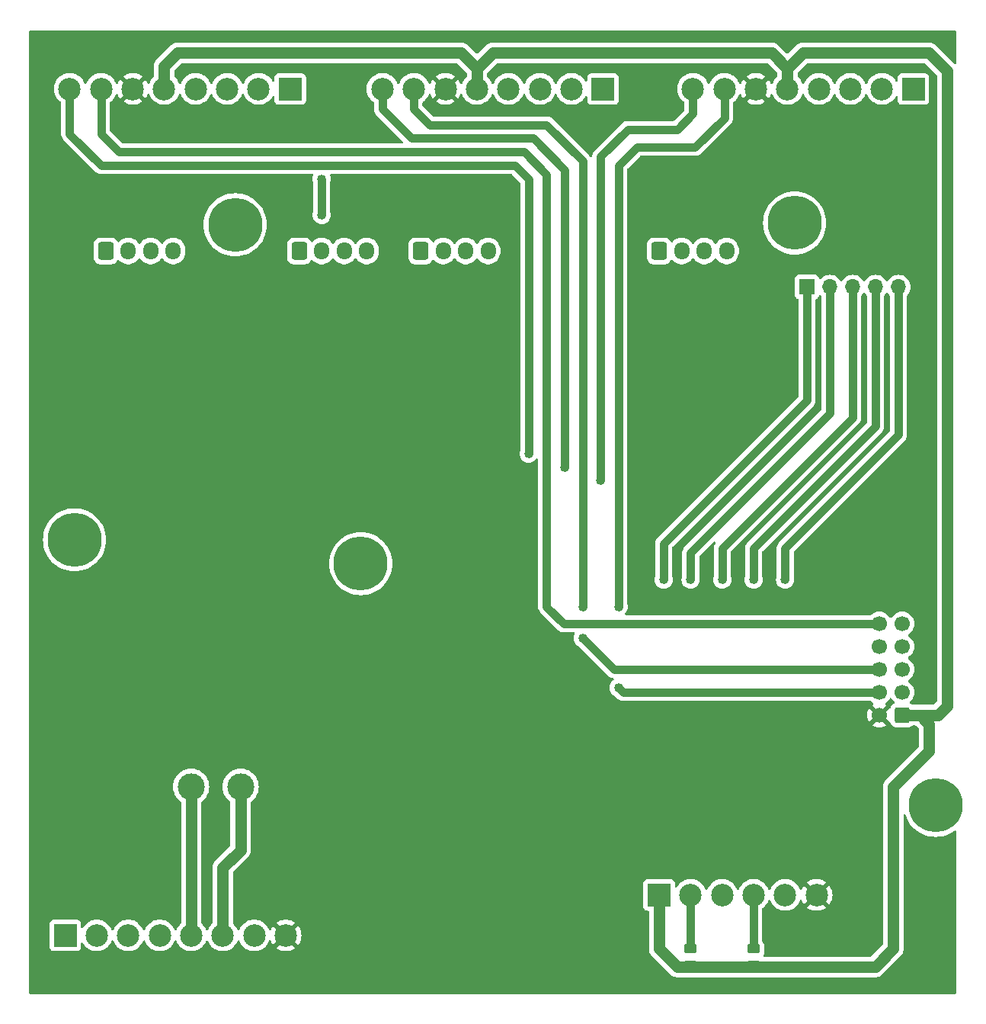
<source format=gbr>
%TF.GenerationSoftware,KiCad,Pcbnew,8.0.5-8.0.5-0~ubuntu22.04.1*%
%TF.CreationDate,2024-09-30T17:11:09+02:00*%
%TF.ProjectId,BTT-SKR-MINI-E3_shield,4254542d-534b-4522-9d4d-494e492d4533,rev?*%
%TF.SameCoordinates,Original*%
%TF.FileFunction,Copper,L1,Top*%
%TF.FilePolarity,Positive*%
%FSLAX46Y46*%
G04 Gerber Fmt 4.6, Leading zero omitted, Abs format (unit mm)*
G04 Created by KiCad (PCBNEW 8.0.5-8.0.5-0~ubuntu22.04.1) date 2024-09-30 17:11:09*
%MOMM*%
%LPD*%
G01*
G04 APERTURE LIST*
G04 Aperture macros list*
%AMRoundRect*
0 Rectangle with rounded corners*
0 $1 Rounding radius*
0 $2 $3 $4 $5 $6 $7 $8 $9 X,Y pos of 4 corners*
0 Add a 4 corners polygon primitive as box body*
4,1,4,$2,$3,$4,$5,$6,$7,$8,$9,$2,$3,0*
0 Add four circle primitives for the rounded corners*
1,1,$1+$1,$2,$3*
1,1,$1+$1,$4,$5*
1,1,$1+$1,$6,$7*
1,1,$1+$1,$8,$9*
0 Add four rect primitives between the rounded corners*
20,1,$1+$1,$2,$3,$4,$5,0*
20,1,$1+$1,$4,$5,$6,$7,0*
20,1,$1+$1,$6,$7,$8,$9,0*
20,1,$1+$1,$8,$9,$2,$3,0*%
G04 Aperture macros list end*
%TA.AperFunction,ComponentPad*%
%ADD10R,1.700000X1.700000*%
%TD*%
%TA.AperFunction,ComponentPad*%
%ADD11O,1.700000X1.700000*%
%TD*%
%TA.AperFunction,ComponentPad*%
%ADD12R,2.500000X2.500000*%
%TD*%
%TA.AperFunction,ComponentPad*%
%ADD13C,2.500000*%
%TD*%
%TA.AperFunction,ComponentPad*%
%ADD14RoundRect,0.250000X-0.600000X-0.725000X0.600000X-0.725000X0.600000X0.725000X-0.600000X0.725000X0*%
%TD*%
%TA.AperFunction,ComponentPad*%
%ADD15O,1.700000X1.950000*%
%TD*%
%TA.AperFunction,SMDPad,CuDef*%
%ADD16RoundRect,0.250000X0.450000X-0.262500X0.450000X0.262500X-0.450000X0.262500X-0.450000X-0.262500X0*%
%TD*%
%TA.AperFunction,ComponentPad*%
%ADD17RoundRect,0.250000X-0.600000X-0.600000X0.600000X-0.600000X0.600000X0.600000X-0.600000X0.600000X0*%
%TD*%
%TA.AperFunction,ComponentPad*%
%ADD18C,1.700000*%
%TD*%
%TA.AperFunction,ComponentPad*%
%ADD19C,3.000000*%
%TD*%
%TA.AperFunction,ViaPad*%
%ADD20C,1.016000*%
%TD*%
%TA.AperFunction,ViaPad*%
%ADD21C,6.000000*%
%TD*%
%TA.AperFunction,Conductor*%
%ADD22C,0.889000*%
%TD*%
%TA.AperFunction,Conductor*%
%ADD23C,1.270000*%
%TD*%
G04 APERTURE END LIST*
D10*
%TO.P,GPIO1,1,Pin_1*%
%TO.N,PD0*%
X186925000Y-59000000D03*
D11*
%TO.P,GPIO1,2,Pin_2*%
%TO.N,BTN1*%
X189465000Y-59000000D03*
%TO.P,GPIO1,3,Pin_3*%
%TO.N,LED1*%
X192005000Y-59000000D03*
%TO.P,GPIO1,4,Pin_4*%
%TO.N,BTN2*%
X194545000Y-59000000D03*
%TO.P,GPIO1,5,Pin_5*%
%TO.N,LED2*%
X197085000Y-59000000D03*
%TD*%
D12*
%TO.P,MOTOR1,1,Pin_1*%
%TO.N,M1_2A*%
X129500000Y-37000000D03*
D13*
%TO.P,MOTOR1,2,Pin_2*%
%TO.N,M1_1A*%
X126000000Y-37000000D03*
%TO.P,MOTOR1,3,Pin_3*%
%TO.N,M1_1B*%
X122500000Y-37000000D03*
%TO.P,MOTOR1,4,Pin_4*%
%TO.N,M1_2B*%
X119000000Y-37000000D03*
%TO.P,MOTOR1,5,Pin_5*%
%TO.N,+5V*%
X115500000Y-37000000D03*
%TO.P,MOTOR1,6,Pin_6*%
%TO.N,GND*%
X112000000Y-37000000D03*
%TO.P,MOTOR1,7,Pin_7*%
%TO.N,E1_A*%
X108500000Y-37000000D03*
%TO.P,MOTOR1,8,Pin_8*%
%TO.N,E1_B*%
X105000000Y-37000000D03*
%TD*%
D12*
%TO.P,MOTOR3,1,Pin_1*%
%TO.N,M3_2A*%
X198750000Y-37000000D03*
D13*
%TO.P,MOTOR3,2,Pin_2*%
%TO.N,M3_1A*%
X195250000Y-37000000D03*
%TO.P,MOTOR3,3,Pin_3*%
%TO.N,M3_1B*%
X191750000Y-37000000D03*
%TO.P,MOTOR3,4,Pin_4*%
%TO.N,M3_2B*%
X188250000Y-37000000D03*
%TO.P,MOTOR3,5,Pin_5*%
%TO.N,+5V*%
X184750000Y-37000000D03*
%TO.P,MOTOR3,6,Pin_6*%
%TO.N,GND*%
X181250000Y-37000000D03*
%TO.P,MOTOR3,7,Pin_7*%
%TO.N,E3_A*%
X177750000Y-37000000D03*
%TO.P,MOTOR3,8,Pin_8*%
%TO.N,E3_B*%
X174250000Y-37000000D03*
%TD*%
D14*
%TO.P,EM1,1,Pin_1*%
%TO.N,M4_2B*%
X170500000Y-55000000D03*
D15*
%TO.P,EM1,2,Pin_2*%
%TO.N,M4_1B*%
X173000000Y-55000000D03*
%TO.P,EM1,3,Pin_3*%
%TO.N,M4_1A*%
X175500000Y-55000000D03*
%TO.P,EM1,4,Pin_4*%
%TO.N,M4_2A*%
X178000000Y-55000000D03*
%TD*%
D16*
%TO.P,R2,1*%
%TO.N,+5V*%
X181000000Y-134325000D03*
%TO.P,R2,2*%
%TO.N,BTN2*%
X181000000Y-132500000D03*
%TD*%
D14*
%TO.P,ZM1,1,Pin_1*%
%TO.N,M3_2B*%
X144000000Y-55000000D03*
D15*
%TO.P,ZM1,2,Pin_2*%
%TO.N,M3_1B*%
X146500000Y-55000000D03*
%TO.P,ZM1,3,Pin_3*%
%TO.N,M3_1A*%
X149000000Y-55000000D03*
%TO.P,ZM1,4,Pin_4*%
%TO.N,M3_2A*%
X151500000Y-55000000D03*
%TD*%
D16*
%TO.P,R1,1*%
%TO.N,+5V*%
X174000000Y-134325000D03*
%TO.P,R1,2*%
%TO.N,BTN1*%
X174000000Y-132500000D03*
%TD*%
D12*
%TO.P,MOTOR4,1,Pin_1*%
%TO.N,M4_2B*%
X104500000Y-131000000D03*
D13*
%TO.P,MOTOR4,2,Pin_2*%
%TO.N,M4_1B*%
X108000000Y-131000000D03*
%TO.P,MOTOR4,3,Pin_3*%
%TO.N,M4_1A*%
X111500000Y-131000000D03*
%TO.P,MOTOR4,4,Pin_4*%
%TO.N,M4_2A*%
X115000000Y-131000000D03*
%TO.P,MOTOR4,5,Pin_5*%
%TO.N,GRP-*%
X118500000Y-131000000D03*
%TO.P,MOTOR4,6,Pin_6*%
%TO.N,GRP+*%
X122000000Y-131000000D03*
%TO.P,MOTOR4,7,Pin_7*%
%TO.N,PD0*%
X125500000Y-131000000D03*
%TO.P,MOTOR4,8,Pin_8*%
%TO.N,GND*%
X129000000Y-131000000D03*
%TD*%
D14*
%TO.P,YM1,1,Pin_1*%
%TO.N,M2_2B*%
X130500000Y-55000000D03*
D15*
%TO.P,YM1,2,Pin_2*%
%TO.N,M2_1B*%
X133000000Y-55000000D03*
%TO.P,YM1,3,Pin_3*%
%TO.N,M2_1A*%
X135500000Y-55000000D03*
%TO.P,YM1,4,Pin_4*%
%TO.N,M2_2A*%
X138000000Y-55000000D03*
%TD*%
D17*
%TO.P,EXP1,1,Pin_1*%
%TO.N,+5V*%
X197500000Y-106540000D03*
D18*
%TO.P,EXP1,2,Pin_2*%
%TO.N,GND*%
X194960000Y-106540000D03*
%TO.P,EXP1,3,Pin_3*%
%TO.N,E3_B*%
X197500000Y-104000000D03*
%TO.P,EXP1,4,Pin_4*%
%TO.N,E3_A*%
X194960000Y-104000000D03*
%TO.P,EXP1,5,Pin_5*%
%TO.N,E2_B*%
X197500000Y-101460000D03*
%TO.P,EXP1,6,Pin_6*%
%TO.N,E2_A*%
X194960000Y-101460000D03*
%TO.P,EXP1,7,Pin_7*%
%TO.N,unconnected-(EXP1-Pin_7-Pad7)*%
X197500000Y-98920000D03*
%TO.P,EXP1,8,Pin_8*%
%TO.N,unconnected-(EXP1-Pin_8-Pad8)*%
X194960000Y-98920000D03*
%TO.P,EXP1,9,Pin_9*%
%TO.N,E1_B*%
X197500000Y-96380000D03*
%TO.P,EXP1,10,Pin_10*%
%TO.N,E1_A*%
X194960000Y-96380000D03*
%TD*%
D14*
%TO.P,XM1,1,Pin_1*%
%TO.N,M1_2B*%
X109000000Y-55000000D03*
D15*
%TO.P,XM1,2,Pin_2*%
%TO.N,M1_1B*%
X111500000Y-55000000D03*
%TO.P,XM1,3,Pin_3*%
%TO.N,M1_1A*%
X114000000Y-55000000D03*
%TO.P,XM1,4,Pin_4*%
%TO.N,M1_2A*%
X116500000Y-55000000D03*
%TD*%
D19*
%TO.P,GRP-,1*%
%TO.N,GRP-*%
X118500000Y-114500000D03*
%TD*%
D12*
%TO.P,PWR1,1,Pin_1*%
%TO.N,+5V*%
X170500000Y-126500000D03*
D13*
%TO.P,PWR1,2,Pin_2*%
%TO.N,BTN1*%
X174000000Y-126500000D03*
%TO.P,PWR1,3,Pin_3*%
%TO.N,LED1*%
X177500000Y-126500000D03*
%TO.P,PWR1,4,Pin_4*%
%TO.N,BTN2*%
X181000000Y-126500000D03*
%TO.P,PWR1,5,Pin_5*%
%TO.N,LED2*%
X184500000Y-126500000D03*
%TO.P,PWR1,6,Pin_6*%
%TO.N,GND*%
X188000000Y-126500000D03*
%TD*%
D19*
%TO.P,GRP+,1*%
%TO.N,GRP+*%
X124000000Y-114500000D03*
%TD*%
D12*
%TO.P,MOTOR2,1,Pin_1*%
%TO.N,M2_2A*%
X164250000Y-37000000D03*
D13*
%TO.P,MOTOR2,2,Pin_2*%
%TO.N,M2_1A*%
X160750000Y-37000000D03*
%TO.P,MOTOR2,3,Pin_3*%
%TO.N,M2_1B*%
X157250000Y-37000000D03*
%TO.P,MOTOR2,4,Pin_4*%
%TO.N,M2_2B*%
X153750000Y-37000000D03*
%TO.P,MOTOR2,5,Pin_5*%
%TO.N,+5V*%
X150250000Y-37000000D03*
%TO.P,MOTOR2,6,Pin_6*%
%TO.N,GND*%
X146750000Y-37000000D03*
%TO.P,MOTOR2,7,Pin_7*%
%TO.N,E2_A*%
X143250000Y-37000000D03*
%TO.P,MOTOR2,8,Pin_8*%
%TO.N,E2_B*%
X139750000Y-37000000D03*
%TD*%
D20*
%TO.N,PD0*%
X171000000Y-91500000D03*
D21*
%TO.N,*%
X123390000Y-52095000D03*
X201220000Y-116565000D03*
X105530000Y-87075000D03*
X137340000Y-89715000D03*
X185550000Y-51895000D03*
D20*
%TO.N,LED1*%
X177500000Y-91500000D03*
%TO.N,LED2*%
X184500000Y-91500000D03*
%TO.N,BTN1*%
X174000000Y-91500000D03*
%TO.N,BTN2*%
X181000000Y-91500000D03*
%TO.N,E2_B*%
X160000000Y-79000000D03*
%TO.N,E1_B*%
X156000000Y-77500000D03*
%TO.N,E3_A*%
X166000000Y-94500000D03*
X166000000Y-103500000D03*
%TO.N,E3_B*%
X164000000Y-80500000D03*
%TO.N,E2_A*%
X162000000Y-94500000D03*
X162000000Y-98000000D03*
%TO.N,M2_1B*%
X133000000Y-47000000D03*
X133000000Y-51000000D03*
%TD*%
D22*
%TO.N,PD0*%
X171000000Y-91500000D02*
X171000000Y-87500000D01*
X171000000Y-87500000D02*
X186925000Y-71575000D01*
X186925000Y-71575000D02*
X186925000Y-59000000D01*
%TO.N,LED2*%
X184500000Y-91500000D02*
X184500000Y-88000000D01*
X184500000Y-88000000D02*
X197085000Y-75415000D01*
X197085000Y-75415000D02*
X197085000Y-59000000D01*
%TO.N,BTN2*%
X181000000Y-91500000D02*
X181000000Y-88000000D01*
X181000000Y-88000000D02*
X194545000Y-74455000D01*
X194545000Y-74455000D02*
X194545000Y-59000000D01*
%TO.N,LED1*%
X177500000Y-91500000D02*
X177500000Y-88000000D01*
X192005000Y-73495000D02*
X192005000Y-59000000D01*
X177500000Y-88000000D02*
X192005000Y-73495000D01*
%TO.N,BTN1*%
X174000000Y-91500000D02*
X174000000Y-88500000D01*
X174000000Y-88500000D02*
X189465000Y-73035000D01*
X189465000Y-73035000D02*
X189465000Y-59000000D01*
X174000000Y-132500000D02*
X174000000Y-126500000D01*
%TO.N,BTN2*%
X181000000Y-132500000D02*
X181000000Y-126500000D01*
D23*
%TO.N,+5V*%
X170500000Y-132500000D02*
X170500000Y-126500000D01*
X202500000Y-105500000D02*
X201460000Y-106540000D01*
X164000000Y-33000000D02*
X152000000Y-33000000D01*
X150250000Y-34750000D02*
X148500000Y-33000000D01*
X200500000Y-33000000D02*
X202500000Y-35000000D01*
X115500000Y-34500000D02*
X115500000Y-37000000D01*
X196500000Y-114500000D02*
X196500000Y-132500000D01*
X172500000Y-134500000D02*
X170500000Y-132500000D01*
X184750000Y-34750000D02*
X186500000Y-33000000D01*
X150250000Y-37000000D02*
X150250000Y-34750000D01*
X194500000Y-134500000D02*
X172500000Y-134500000D01*
X201460000Y-106540000D02*
X199000000Y-106540000D01*
X200500000Y-110500000D02*
X196500000Y-114500000D01*
X200500000Y-107540000D02*
X200500000Y-110500000D01*
X117000000Y-33000000D02*
X115500000Y-34500000D01*
X152000000Y-33000000D02*
X150250000Y-34750000D01*
X184750000Y-34750000D02*
X183000000Y-33000000D01*
X186500000Y-33000000D02*
X200500000Y-33000000D01*
X148500000Y-33000000D02*
X117000000Y-33000000D01*
X183000000Y-33000000D02*
X164000000Y-33000000D01*
X202500000Y-35000000D02*
X202500000Y-105500000D01*
X199000000Y-106540000D02*
X197500000Y-106540000D01*
X196500000Y-132500000D02*
X194500000Y-134500000D01*
X184750000Y-37000000D02*
X184750000Y-34750000D01*
X199500000Y-106540000D02*
X200500000Y-107540000D01*
D22*
%TO.N,E1_A*%
X155500000Y-44000000D02*
X158000000Y-46500000D01*
X108500000Y-37000000D02*
X108500000Y-42000000D01*
X159880000Y-96380000D02*
X194960000Y-96380000D01*
X108500000Y-42000000D02*
X110500000Y-44000000D01*
X158000000Y-46500000D02*
X158000000Y-94500000D01*
X158000000Y-94500000D02*
X159880000Y-96380000D01*
X110500000Y-44000000D02*
X155500000Y-44000000D01*
%TO.N,E2_B*%
X143000000Y-42500000D02*
X139750000Y-39250000D01*
X160000000Y-79000000D02*
X160000000Y-46000000D01*
X139750000Y-39250000D02*
X139750000Y-37000000D01*
X160000000Y-46000000D02*
X156500000Y-42500000D01*
X156500000Y-42500000D02*
X143000000Y-42500000D01*
%TO.N,E1_B*%
X105000000Y-42000000D02*
X105000000Y-37000000D01*
X156000000Y-47000000D02*
X154500000Y-45500000D01*
X154500000Y-45500000D02*
X108500000Y-45500000D01*
X156000000Y-77500000D02*
X156000000Y-47000000D01*
X108500000Y-45500000D02*
X105000000Y-42000000D01*
%TO.N,E3_A*%
X174500000Y-43500000D02*
X168000000Y-43500000D01*
X166000000Y-45500000D02*
X166000000Y-94500000D01*
X177750000Y-37000000D02*
X177750000Y-40250000D01*
X168000000Y-43500000D02*
X166000000Y-45500000D01*
X166500000Y-104000000D02*
X194960000Y-104000000D01*
X166000000Y-103500000D02*
X166500000Y-104000000D01*
X177750000Y-40250000D02*
X174500000Y-43500000D01*
%TO.N,E3_B*%
X164000000Y-44500000D02*
X167000000Y-41500000D01*
X167000000Y-41500000D02*
X172500000Y-41500000D01*
X174250000Y-39750000D02*
X174250000Y-37000000D01*
X164000000Y-80500000D02*
X164000000Y-44500000D01*
X172500000Y-41500000D02*
X174250000Y-39750000D01*
%TO.N,E2_A*%
X194920000Y-101500000D02*
X194960000Y-101460000D01*
X162000000Y-98000000D02*
X165500000Y-101500000D01*
X145000000Y-41000000D02*
X158000000Y-41000000D01*
X162000000Y-45000000D02*
X162000000Y-94500000D01*
X143250000Y-39250000D02*
X145000000Y-41000000D01*
X165500000Y-101500000D02*
X194920000Y-101500000D01*
X143250000Y-37000000D02*
X143250000Y-39250000D01*
X158000000Y-41000000D02*
X162000000Y-45000000D01*
%TO.N,M2_1B*%
X133000000Y-47000000D02*
X133000000Y-51000000D01*
D23*
%TO.N,GRP+*%
X122000000Y-123500000D02*
X124000000Y-121500000D01*
X122000000Y-131000000D02*
X122000000Y-123500000D01*
X124000000Y-121500000D02*
X124000000Y-114500000D01*
%TO.N,GRP-*%
X118500000Y-131000000D02*
X118500000Y-114500000D01*
%TD*%
%TA.AperFunction,Conductor*%
%TO.N,GND*%
G36*
X203442539Y-30520185D02*
G01*
X203488294Y-30572989D01*
X203499500Y-30624500D01*
X203499500Y-34094298D01*
X203479815Y-34161337D01*
X203427011Y-34207092D01*
X203357853Y-34217036D01*
X203294297Y-34188011D01*
X203287819Y-34181979D01*
X201239730Y-32133891D01*
X201239729Y-32133890D01*
X201095132Y-32028833D01*
X200935881Y-31947691D01*
X200935875Y-31947688D01*
X200894194Y-31934146D01*
X200827453Y-31912460D01*
X200765897Y-31892459D01*
X200765895Y-31892458D01*
X200765894Y-31892458D01*
X200589370Y-31864500D01*
X200589366Y-31864500D01*
X186589366Y-31864500D01*
X186410634Y-31864500D01*
X186410630Y-31864500D01*
X186234105Y-31892458D01*
X186105805Y-31934146D01*
X186105804Y-31934145D01*
X186064118Y-31947690D01*
X185904867Y-32028833D01*
X185760270Y-32133890D01*
X185760269Y-32133891D01*
X184837681Y-33056480D01*
X184776358Y-33089965D01*
X184706666Y-33084981D01*
X184662319Y-33056480D01*
X183739729Y-32133890D01*
X183595132Y-32028833D01*
X183435881Y-31947691D01*
X183435875Y-31947688D01*
X183394194Y-31934146D01*
X183327453Y-31912460D01*
X183265897Y-31892459D01*
X183265895Y-31892458D01*
X183265894Y-31892458D01*
X183089370Y-31864500D01*
X183089366Y-31864500D01*
X164089366Y-31864500D01*
X152089366Y-31864500D01*
X151910634Y-31864500D01*
X151910630Y-31864500D01*
X151734105Y-31892458D01*
X151605805Y-31934146D01*
X151605804Y-31934145D01*
X151564118Y-31947690D01*
X151404867Y-32028833D01*
X151260270Y-32133890D01*
X151260269Y-32133891D01*
X150337681Y-33056480D01*
X150276358Y-33089965D01*
X150206666Y-33084981D01*
X150162319Y-33056480D01*
X149239729Y-32133890D01*
X149095132Y-32028833D01*
X148935881Y-31947691D01*
X148935875Y-31947688D01*
X148894194Y-31934146D01*
X148827453Y-31912460D01*
X148765897Y-31892459D01*
X148765895Y-31892458D01*
X148765894Y-31892458D01*
X148589370Y-31864500D01*
X148589366Y-31864500D01*
X116910634Y-31864500D01*
X116851790Y-31873820D01*
X116734101Y-31892460D01*
X116734098Y-31892460D01*
X116564121Y-31947689D01*
X116564118Y-31947690D01*
X116404866Y-32028834D01*
X116321116Y-32089681D01*
X116321115Y-32089680D01*
X116260276Y-32133884D01*
X116260267Y-32133891D01*
X114760272Y-33633889D01*
X114633891Y-33760269D01*
X114633890Y-33760270D01*
X114528833Y-33904867D01*
X114447243Y-34064997D01*
X114446184Y-34068754D01*
X114393490Y-34230929D01*
X114392459Y-34234103D01*
X114379786Y-34314120D01*
X114379786Y-34314122D01*
X114364500Y-34410629D01*
X114364500Y-35611527D01*
X114344815Y-35678566D01*
X114324842Y-35702425D01*
X114213197Y-35806016D01*
X114213195Y-35806019D01*
X114049614Y-36011143D01*
X113918433Y-36238354D01*
X113865159Y-36374093D01*
X113822343Y-36429306D01*
X113756473Y-36452607D01*
X113688462Y-36436596D01*
X113639904Y-36386358D01*
X113634302Y-36374092D01*
X113581113Y-36238567D01*
X113449972Y-36011426D01*
X113402124Y-35951427D01*
X112639309Y-36714242D01*
X112620332Y-36668426D01*
X112543726Y-36553776D01*
X112446224Y-36456274D01*
X112331574Y-36379668D01*
X112285757Y-36360690D01*
X113049168Y-35597278D01*
X112877454Y-35480206D01*
X112877445Y-35480201D01*
X112641142Y-35366404D01*
X112641144Y-35366404D01*
X112390505Y-35289092D01*
X112390499Y-35289090D01*
X112131151Y-35250000D01*
X111868848Y-35250000D01*
X111609500Y-35289090D01*
X111609494Y-35289092D01*
X111358858Y-35366404D01*
X111358854Y-35366405D01*
X111122547Y-35480205D01*
X111122539Y-35480210D01*
X110950830Y-35597277D01*
X111714243Y-36360690D01*
X111668426Y-36379668D01*
X111553776Y-36456274D01*
X111456274Y-36553776D01*
X111379668Y-36668426D01*
X111360690Y-36714242D01*
X110597875Y-35951427D01*
X110597874Y-35951427D01*
X110550028Y-36011425D01*
X110418883Y-36238573D01*
X110365696Y-36374092D01*
X110322880Y-36429306D01*
X110257010Y-36452607D01*
X110189000Y-36436596D01*
X110140441Y-36386358D01*
X110134840Y-36374092D01*
X110105761Y-36300000D01*
X110081568Y-36238357D01*
X109950386Y-36011143D01*
X109786805Y-35806019D01*
X109786804Y-35806018D01*
X109786801Y-35806014D01*
X109594479Y-35627567D01*
X109439202Y-35521701D01*
X109377704Y-35479772D01*
X109377700Y-35479770D01*
X109377697Y-35479768D01*
X109377696Y-35479767D01*
X109141325Y-35365938D01*
X109141327Y-35365938D01*
X108890623Y-35288606D01*
X108890619Y-35288605D01*
X108890615Y-35288604D01*
X108765823Y-35269794D01*
X108631187Y-35249500D01*
X108631182Y-35249500D01*
X108368818Y-35249500D01*
X108368812Y-35249500D01*
X108207247Y-35273853D01*
X108109385Y-35288604D01*
X108109382Y-35288605D01*
X108109376Y-35288606D01*
X107858673Y-35365938D01*
X107622303Y-35479767D01*
X107622302Y-35479768D01*
X107622296Y-35479771D01*
X107622296Y-35479772D01*
X107621654Y-35480210D01*
X107405520Y-35627567D01*
X107213198Y-35806014D01*
X107049614Y-36011143D01*
X106918432Y-36238356D01*
X106865428Y-36373409D01*
X106822612Y-36428623D01*
X106756742Y-36451924D01*
X106688732Y-36435913D01*
X106640173Y-36385675D01*
X106634572Y-36373409D01*
X106605761Y-36300000D01*
X106581568Y-36238357D01*
X106450386Y-36011143D01*
X106286805Y-35806019D01*
X106286804Y-35806018D01*
X106286801Y-35806014D01*
X106094479Y-35627567D01*
X105939202Y-35521701D01*
X105877704Y-35479772D01*
X105877700Y-35479770D01*
X105877697Y-35479768D01*
X105877696Y-35479767D01*
X105641325Y-35365938D01*
X105641327Y-35365938D01*
X105390623Y-35288606D01*
X105390619Y-35288605D01*
X105390615Y-35288604D01*
X105265823Y-35269794D01*
X105131187Y-35249500D01*
X105131182Y-35249500D01*
X104868818Y-35249500D01*
X104868812Y-35249500D01*
X104707247Y-35273853D01*
X104609385Y-35288604D01*
X104609382Y-35288605D01*
X104609376Y-35288606D01*
X104358673Y-35365938D01*
X104122303Y-35479767D01*
X104122302Y-35479768D01*
X104122296Y-35479771D01*
X104122296Y-35479772D01*
X104121654Y-35480210D01*
X103905520Y-35627567D01*
X103713198Y-35806014D01*
X103549614Y-36011143D01*
X103418432Y-36238356D01*
X103322582Y-36482578D01*
X103322576Y-36482597D01*
X103264197Y-36738374D01*
X103264196Y-36738379D01*
X103244592Y-36999995D01*
X103244592Y-37000004D01*
X103264196Y-37261620D01*
X103264197Y-37261625D01*
X103322576Y-37517402D01*
X103322578Y-37517411D01*
X103322580Y-37517416D01*
X103418432Y-37761643D01*
X103549614Y-37988857D01*
X103681736Y-38154533D01*
X103713198Y-38193985D01*
X103825163Y-38297872D01*
X103905521Y-38372433D01*
X104000853Y-38437429D01*
X104045154Y-38491457D01*
X104055000Y-38539882D01*
X104055000Y-42093074D01*
X104055000Y-42093076D01*
X104054999Y-42093076D01*
X104079545Y-42216468D01*
X104083038Y-42234029D01*
X104091316Y-42275646D01*
X104162552Y-42447627D01*
X104265967Y-42602398D01*
X104265973Y-42602406D01*
X107897592Y-46234025D01*
X107897595Y-46234027D01*
X107897597Y-46234029D01*
X108001016Y-46303130D01*
X108039490Y-46328838D01*
X108052373Y-46337447D01*
X108052374Y-46337447D01*
X108052375Y-46337448D01*
X108153117Y-46379176D01*
X108153118Y-46379176D01*
X108153119Y-46379177D01*
X108224345Y-46408681D01*
X108224347Y-46408681D01*
X108224353Y-46408684D01*
X108260669Y-46415907D01*
X108377674Y-46439181D01*
X108406925Y-46445000D01*
X108406926Y-46445000D01*
X131947435Y-46445000D01*
X132014474Y-46464685D01*
X132060229Y-46517489D01*
X132070173Y-46586647D01*
X132064821Y-46606151D01*
X132065528Y-46606366D01*
X132006091Y-46802300D01*
X131986620Y-47000000D01*
X132006091Y-47197699D01*
X132049661Y-47341328D01*
X132055000Y-47377323D01*
X132055000Y-50622675D01*
X132049661Y-50658670D01*
X132006091Y-50802300D01*
X131986620Y-51000000D01*
X132006091Y-51197699D01*
X132063760Y-51387808D01*
X132157401Y-51562998D01*
X132157405Y-51563005D01*
X132283431Y-51716568D01*
X132436994Y-51842594D01*
X132437001Y-51842598D01*
X132612191Y-51936239D01*
X132612193Y-51936239D01*
X132612196Y-51936241D01*
X132802299Y-51993908D01*
X132802298Y-51993908D01*
X132820024Y-51995653D01*
X133000000Y-52013380D01*
X133197701Y-51993908D01*
X133387804Y-51936241D01*
X133563004Y-51842595D01*
X133716568Y-51716568D01*
X133842595Y-51563004D01*
X133936241Y-51387804D01*
X133993908Y-51197701D01*
X134013380Y-51000000D01*
X133993908Y-50802299D01*
X133950339Y-50658670D01*
X133945000Y-50622675D01*
X133945000Y-47377323D01*
X133950339Y-47341328D01*
X133993908Y-47197701D01*
X134013380Y-47000000D01*
X133993908Y-46802299D01*
X133936241Y-46612196D01*
X133936239Y-46612193D01*
X133934472Y-46606366D01*
X133936843Y-46605646D01*
X133930534Y-46546992D01*
X133961804Y-46484511D01*
X134021891Y-46448854D01*
X134052565Y-46445000D01*
X154057206Y-46445000D01*
X154124245Y-46464685D01*
X154144887Y-46481319D01*
X155018681Y-47355113D01*
X155052166Y-47416436D01*
X155055000Y-47442794D01*
X155055000Y-77122675D01*
X155049661Y-77158670D01*
X155006091Y-77302300D01*
X154986620Y-77500000D01*
X155006091Y-77697699D01*
X155063760Y-77887808D01*
X155157401Y-78062998D01*
X155157405Y-78063005D01*
X155283431Y-78216568D01*
X155436994Y-78342594D01*
X155437001Y-78342598D01*
X155612191Y-78436239D01*
X155612193Y-78436239D01*
X155612196Y-78436241D01*
X155802299Y-78493908D01*
X155802298Y-78493908D01*
X155820024Y-78495653D01*
X156000000Y-78513380D01*
X156197701Y-78493908D01*
X156387804Y-78436241D01*
X156563004Y-78342595D01*
X156716568Y-78216568D01*
X156835147Y-78072078D01*
X156892892Y-78032745D01*
X156962737Y-78030874D01*
X157022505Y-78067061D01*
X157053221Y-78129817D01*
X157055000Y-78150744D01*
X157055000Y-94593074D01*
X157070094Y-94668954D01*
X157087094Y-94754425D01*
X157091316Y-94775647D01*
X157162552Y-94947627D01*
X157265967Y-95102398D01*
X157265973Y-95102406D01*
X159277592Y-97114025D01*
X159277595Y-97114027D01*
X159277597Y-97114029D01*
X159381016Y-97183130D01*
X159432375Y-97217448D01*
X159604354Y-97288684D01*
X159786921Y-97324999D01*
X159786924Y-97325000D01*
X159786926Y-97325000D01*
X161010386Y-97325000D01*
X161077425Y-97344685D01*
X161123180Y-97397489D01*
X161133124Y-97466647D01*
X161119745Y-97507453D01*
X161063759Y-97612195D01*
X161006091Y-97802300D01*
X160986620Y-98000000D01*
X161006091Y-98197699D01*
X161063760Y-98387808D01*
X161157401Y-98562998D01*
X161157405Y-98563005D01*
X161283431Y-98716568D01*
X161436992Y-98842592D01*
X161436996Y-98842595D01*
X161569368Y-98913349D01*
X161598591Y-98935023D01*
X164897591Y-102234024D01*
X164897592Y-102234025D01*
X164897595Y-102234027D01*
X164897597Y-102234029D01*
X165001016Y-102303130D01*
X165039490Y-102328838D01*
X165052373Y-102337447D01*
X165052374Y-102337447D01*
X165052375Y-102337448D01*
X165153117Y-102379176D01*
X165153118Y-102379176D01*
X165153119Y-102379177D01*
X165224345Y-102408681D01*
X165224347Y-102408681D01*
X165224353Y-102408684D01*
X165260669Y-102415907D01*
X165382316Y-102440104D01*
X165444226Y-102472489D01*
X165478800Y-102533205D01*
X165475059Y-102602975D01*
X165436788Y-102657574D01*
X165283431Y-102783431D01*
X165157405Y-102936994D01*
X165157401Y-102937001D01*
X165063760Y-103112191D01*
X165006091Y-103302300D01*
X164986620Y-103500000D01*
X165006091Y-103697699D01*
X165063760Y-103887808D01*
X165157401Y-104062998D01*
X165157405Y-104063005D01*
X165283431Y-104216568D01*
X165436994Y-104342594D01*
X165436997Y-104342596D01*
X165569366Y-104413348D01*
X165598594Y-104435025D01*
X165897594Y-104734026D01*
X165897598Y-104734029D01*
X166052368Y-104837444D01*
X166052374Y-104837447D01*
X166052375Y-104837448D01*
X166224354Y-104908684D01*
X166406921Y-104944999D01*
X166406924Y-104945000D01*
X166406926Y-104945000D01*
X166593074Y-104945000D01*
X193943742Y-104945000D01*
X194010781Y-104964685D01*
X194031423Y-104981319D01*
X194088599Y-105038495D01*
X194274594Y-105168730D01*
X194318218Y-105223307D01*
X194325411Y-105292806D01*
X194293889Y-105355160D01*
X194274593Y-105371880D01*
X194198626Y-105425072D01*
X194198625Y-105425072D01*
X194830590Y-106057037D01*
X194767007Y-106074075D01*
X194652993Y-106139901D01*
X194559901Y-106232993D01*
X194494075Y-106347007D01*
X194477037Y-106410589D01*
X193845073Y-105778625D01*
X193845072Y-105778625D01*
X193786401Y-105862419D01*
X193686570Y-106076507D01*
X193686566Y-106076516D01*
X193625432Y-106304673D01*
X193625430Y-106304684D01*
X193604843Y-106539998D01*
X193604843Y-106540001D01*
X193625430Y-106775315D01*
X193625432Y-106775326D01*
X193686566Y-107003483D01*
X193686570Y-107003492D01*
X193786400Y-107217579D01*
X193786402Y-107217583D01*
X193845072Y-107301373D01*
X193845073Y-107301373D01*
X194477037Y-106669409D01*
X194494075Y-106732993D01*
X194559901Y-106847007D01*
X194652993Y-106940099D01*
X194767007Y-107005925D01*
X194830590Y-107022962D01*
X194198625Y-107654925D01*
X194282421Y-107713599D01*
X194496507Y-107813429D01*
X194496516Y-107813433D01*
X194724673Y-107874567D01*
X194724684Y-107874569D01*
X194959998Y-107895157D01*
X194960002Y-107895157D01*
X195195315Y-107874569D01*
X195195326Y-107874567D01*
X195423483Y-107813433D01*
X195423492Y-107813429D01*
X195637578Y-107713600D01*
X195637582Y-107713598D01*
X195721373Y-107654926D01*
X195721373Y-107654925D01*
X195089409Y-107022962D01*
X195152993Y-107005925D01*
X195267007Y-106940099D01*
X195360099Y-106847007D01*
X195425925Y-106732993D01*
X195442962Y-106669410D01*
X196079341Y-107305789D01*
X196131191Y-107316209D01*
X196181375Y-107364823D01*
X196191205Y-107386966D01*
X196215186Y-107459334D01*
X196307288Y-107608656D01*
X196431344Y-107732712D01*
X196580666Y-107824814D01*
X196747203Y-107879999D01*
X196849991Y-107890500D01*
X198150008Y-107890499D01*
X198252797Y-107879999D01*
X198419334Y-107824814D01*
X198568656Y-107732712D01*
X198589549Y-107711819D01*
X198650872Y-107678334D01*
X198677230Y-107675500D01*
X198910634Y-107675500D01*
X198978299Y-107675500D01*
X199045338Y-107695185D01*
X199065980Y-107711819D01*
X199328181Y-107974020D01*
X199361666Y-108035343D01*
X199364500Y-108061701D01*
X199364500Y-109978298D01*
X199344815Y-110045337D01*
X199328181Y-110065979D01*
X195760272Y-113633889D01*
X195633891Y-113760269D01*
X195633890Y-113760270D01*
X195528833Y-113904867D01*
X195447243Y-114064997D01*
X195446184Y-114068754D01*
X195392458Y-114234105D01*
X195364500Y-114410629D01*
X195364500Y-131978298D01*
X195344815Y-132045337D01*
X195328181Y-132065979D01*
X194065980Y-133328181D01*
X194004657Y-133361666D01*
X193978299Y-133364500D01*
X182182639Y-133364500D01*
X182115600Y-133344815D01*
X182069845Y-133292011D01*
X182059901Y-133222853D01*
X182077099Y-133175405D01*
X182134814Y-133081834D01*
X182189999Y-132915297D01*
X182200500Y-132812509D01*
X182200499Y-132187492D01*
X182189999Y-132084703D01*
X182134814Y-131918166D01*
X182042712Y-131768844D01*
X181981319Y-131707451D01*
X181947834Y-131646128D01*
X181945000Y-131619770D01*
X181945000Y-128039882D01*
X181964685Y-127972843D01*
X181999146Y-127937429D01*
X182094479Y-127872433D01*
X182286805Y-127693981D01*
X182450386Y-127488857D01*
X182581568Y-127261643D01*
X182634572Y-127126589D01*
X182677387Y-127071376D01*
X182743257Y-127048075D01*
X182811268Y-127064086D01*
X182859827Y-127114323D01*
X182865425Y-127126584D01*
X182918432Y-127261643D01*
X183049614Y-127488857D01*
X183181736Y-127654533D01*
X183213198Y-127693985D01*
X183325163Y-127797872D01*
X183405521Y-127872433D01*
X183622296Y-128020228D01*
X183622301Y-128020230D01*
X183622302Y-128020231D01*
X183622303Y-128020232D01*
X183747843Y-128080688D01*
X183858673Y-128134061D01*
X183858674Y-128134061D01*
X183858677Y-128134063D01*
X184109385Y-128211396D01*
X184368818Y-128250500D01*
X184631182Y-128250500D01*
X184890615Y-128211396D01*
X185141323Y-128134063D01*
X185377704Y-128020228D01*
X185594479Y-127872433D01*
X185786805Y-127693981D01*
X185950386Y-127488857D01*
X186081568Y-127261643D01*
X186134840Y-127125905D01*
X186177655Y-127070693D01*
X186243525Y-127047392D01*
X186311536Y-127063403D01*
X186360094Y-127113640D01*
X186365696Y-127125907D01*
X186418883Y-127261426D01*
X186550027Y-127488573D01*
X186597874Y-127548571D01*
X187360689Y-126785756D01*
X187379668Y-126831574D01*
X187456274Y-126946224D01*
X187553776Y-127043726D01*
X187668426Y-127120332D01*
X187714242Y-127139309D01*
X186950830Y-127902720D01*
X187122546Y-128019793D01*
X187122550Y-128019795D01*
X187358854Y-128133594D01*
X187358858Y-128133595D01*
X187609494Y-128210907D01*
X187609500Y-128210909D01*
X187868848Y-128249999D01*
X187868857Y-128250000D01*
X188131143Y-128250000D01*
X188131151Y-128249999D01*
X188390499Y-128210909D01*
X188390505Y-128210907D01*
X188641143Y-128133595D01*
X188877445Y-128019798D01*
X188877447Y-128019797D01*
X189049168Y-127902720D01*
X188285757Y-127139309D01*
X188331574Y-127120332D01*
X188446224Y-127043726D01*
X188543726Y-126946224D01*
X188620332Y-126831574D01*
X188639309Y-126785756D01*
X189402125Y-127548572D01*
X189449971Y-127488573D01*
X189581116Y-127261426D01*
X189676941Y-127017270D01*
X189735306Y-126761550D01*
X189735307Y-126761545D01*
X189754907Y-126500004D01*
X189754907Y-126499995D01*
X189735307Y-126238454D01*
X189735306Y-126238449D01*
X189676941Y-125982729D01*
X189581116Y-125738573D01*
X189581117Y-125738573D01*
X189449972Y-125511426D01*
X189402124Y-125451427D01*
X188639309Y-126214242D01*
X188620332Y-126168426D01*
X188543726Y-126053776D01*
X188446224Y-125956274D01*
X188331574Y-125879668D01*
X188285757Y-125860690D01*
X189049168Y-125097278D01*
X188877454Y-124980206D01*
X188877445Y-124980201D01*
X188641142Y-124866404D01*
X188641144Y-124866404D01*
X188390505Y-124789092D01*
X188390499Y-124789090D01*
X188131151Y-124750000D01*
X187868848Y-124750000D01*
X187609500Y-124789090D01*
X187609494Y-124789092D01*
X187358858Y-124866404D01*
X187358854Y-124866405D01*
X187122547Y-124980205D01*
X187122539Y-124980210D01*
X186950830Y-125097277D01*
X187714243Y-125860690D01*
X187668426Y-125879668D01*
X187553776Y-125956274D01*
X187456274Y-126053776D01*
X187379668Y-126168426D01*
X187360690Y-126214242D01*
X186597875Y-125451427D01*
X186597874Y-125451427D01*
X186550028Y-125511425D01*
X186418883Y-125738573D01*
X186365696Y-125874092D01*
X186322880Y-125929306D01*
X186257010Y-125952607D01*
X186189000Y-125936596D01*
X186140441Y-125886358D01*
X186134840Y-125874092D01*
X186105761Y-125800000D01*
X186081568Y-125738357D01*
X185950386Y-125511143D01*
X185786805Y-125306019D01*
X185786804Y-125306018D01*
X185786801Y-125306014D01*
X185594479Y-125127567D01*
X185550052Y-125097277D01*
X185377704Y-124979772D01*
X185377700Y-124979770D01*
X185377697Y-124979768D01*
X185377696Y-124979767D01*
X185141325Y-124865938D01*
X185141327Y-124865938D01*
X184890623Y-124788606D01*
X184890619Y-124788605D01*
X184890615Y-124788604D01*
X184765823Y-124769794D01*
X184631187Y-124749500D01*
X184631182Y-124749500D01*
X184368818Y-124749500D01*
X184368812Y-124749500D01*
X184207247Y-124773853D01*
X184109385Y-124788604D01*
X184109382Y-124788605D01*
X184109376Y-124788606D01*
X183858673Y-124865938D01*
X183622303Y-124979767D01*
X183622302Y-124979768D01*
X183622296Y-124979771D01*
X183622296Y-124979772D01*
X183621654Y-124980210D01*
X183405520Y-125127567D01*
X183213198Y-125306014D01*
X183049614Y-125511143D01*
X182918432Y-125738356D01*
X182865428Y-125873409D01*
X182822612Y-125928623D01*
X182756742Y-125951924D01*
X182688732Y-125935913D01*
X182640173Y-125885675D01*
X182634572Y-125873409D01*
X182605761Y-125800000D01*
X182581568Y-125738357D01*
X182450386Y-125511143D01*
X182286805Y-125306019D01*
X182286804Y-125306018D01*
X182286801Y-125306014D01*
X182094479Y-125127567D01*
X182050052Y-125097277D01*
X181877704Y-124979772D01*
X181877700Y-124979770D01*
X181877697Y-124979768D01*
X181877696Y-124979767D01*
X181641325Y-124865938D01*
X181641327Y-124865938D01*
X181390623Y-124788606D01*
X181390619Y-124788605D01*
X181390615Y-124788604D01*
X181265823Y-124769794D01*
X181131187Y-124749500D01*
X181131182Y-124749500D01*
X180868818Y-124749500D01*
X180868812Y-124749500D01*
X180707247Y-124773853D01*
X180609385Y-124788604D01*
X180609382Y-124788605D01*
X180609376Y-124788606D01*
X180358673Y-124865938D01*
X180122303Y-124979767D01*
X180122302Y-124979768D01*
X180122296Y-124979771D01*
X180122296Y-124979772D01*
X180121654Y-124980210D01*
X179905520Y-125127567D01*
X179713198Y-125306014D01*
X179549614Y-125511143D01*
X179418432Y-125738356D01*
X179365428Y-125873409D01*
X179322612Y-125928623D01*
X179256742Y-125951924D01*
X179188732Y-125935913D01*
X179140173Y-125885675D01*
X179134572Y-125873409D01*
X179105761Y-125800000D01*
X179081568Y-125738357D01*
X178950386Y-125511143D01*
X178786805Y-125306019D01*
X178786804Y-125306018D01*
X178786801Y-125306014D01*
X178594479Y-125127567D01*
X178550052Y-125097277D01*
X178377704Y-124979772D01*
X178377700Y-124979770D01*
X178377697Y-124979768D01*
X178377696Y-124979767D01*
X178141325Y-124865938D01*
X178141327Y-124865938D01*
X177890623Y-124788606D01*
X177890619Y-124788605D01*
X177890615Y-124788604D01*
X177765823Y-124769794D01*
X177631187Y-124749500D01*
X177631182Y-124749500D01*
X177368818Y-124749500D01*
X177368812Y-124749500D01*
X177207247Y-124773853D01*
X177109385Y-124788604D01*
X177109382Y-124788605D01*
X177109376Y-124788606D01*
X176858673Y-124865938D01*
X176622303Y-124979767D01*
X176622302Y-124979768D01*
X176622296Y-124979771D01*
X176622296Y-124979772D01*
X176621654Y-124980210D01*
X176405520Y-125127567D01*
X176213198Y-125306014D01*
X176049614Y-125511143D01*
X175918432Y-125738356D01*
X175865428Y-125873409D01*
X175822612Y-125928623D01*
X175756742Y-125951924D01*
X175688732Y-125935913D01*
X175640173Y-125885675D01*
X175634572Y-125873409D01*
X175605761Y-125800000D01*
X175581568Y-125738357D01*
X175450386Y-125511143D01*
X175286805Y-125306019D01*
X175286804Y-125306018D01*
X175286801Y-125306014D01*
X175094479Y-125127567D01*
X175050052Y-125097277D01*
X174877704Y-124979772D01*
X174877700Y-124979770D01*
X174877697Y-124979768D01*
X174877696Y-124979767D01*
X174641325Y-124865938D01*
X174641327Y-124865938D01*
X174390623Y-124788606D01*
X174390619Y-124788605D01*
X174390615Y-124788604D01*
X174265823Y-124769794D01*
X174131187Y-124749500D01*
X174131182Y-124749500D01*
X173868818Y-124749500D01*
X173868812Y-124749500D01*
X173707247Y-124773853D01*
X173609385Y-124788604D01*
X173609382Y-124788605D01*
X173609376Y-124788606D01*
X173358673Y-124865938D01*
X173122303Y-124979767D01*
X173122302Y-124979768D01*
X173122296Y-124979771D01*
X173122296Y-124979772D01*
X173121654Y-124980210D01*
X172905520Y-125127567D01*
X172713198Y-125306014D01*
X172549614Y-125511143D01*
X172481886Y-125628451D01*
X172431319Y-125676667D01*
X172362712Y-125689889D01*
X172297847Y-125663921D01*
X172257319Y-125607007D01*
X172250499Y-125566451D01*
X172250499Y-125202129D01*
X172250498Y-125202123D01*
X172250497Y-125202116D01*
X172244091Y-125142517D01*
X172193796Y-125007669D01*
X172193795Y-125007668D01*
X172193793Y-125007664D01*
X172107547Y-124892455D01*
X172107544Y-124892452D01*
X171992335Y-124806206D01*
X171992328Y-124806202D01*
X171857482Y-124755908D01*
X171857483Y-124755908D01*
X171797883Y-124749501D01*
X171797881Y-124749500D01*
X171797873Y-124749500D01*
X171797864Y-124749500D01*
X169202129Y-124749500D01*
X169202123Y-124749501D01*
X169142516Y-124755908D01*
X169007671Y-124806202D01*
X169007664Y-124806206D01*
X168892455Y-124892452D01*
X168892452Y-124892455D01*
X168806206Y-125007664D01*
X168806202Y-125007671D01*
X168755908Y-125142517D01*
X168749501Y-125202116D01*
X168749501Y-125202123D01*
X168749500Y-125202135D01*
X168749500Y-127797870D01*
X168749501Y-127797876D01*
X168755908Y-127857483D01*
X168806202Y-127992328D01*
X168806206Y-127992335D01*
X168892452Y-128107544D01*
X168892455Y-128107547D01*
X169007664Y-128193793D01*
X169007671Y-128193797D01*
X169052618Y-128210561D01*
X169142517Y-128244091D01*
X169202127Y-128250500D01*
X169240499Y-128250499D01*
X169307537Y-128270182D01*
X169353293Y-128322985D01*
X169364500Y-128374499D01*
X169364500Y-132589370D01*
X169392458Y-132765893D01*
X169434146Y-132894194D01*
X169447688Y-132935875D01*
X169447691Y-132935881D01*
X169528833Y-133095132D01*
X169627661Y-133231156D01*
X169627660Y-133231156D01*
X169633391Y-133239043D01*
X169633889Y-133239728D01*
X171760271Y-135366111D01*
X171904868Y-135471167D01*
X171980108Y-135509503D01*
X172064114Y-135552307D01*
X172064116Y-135552307D01*
X172064119Y-135552309D01*
X172234103Y-135607541D01*
X172332175Y-135623073D01*
X172410630Y-135635500D01*
X172410634Y-135635500D01*
X194589370Y-135635500D01*
X194667824Y-135623073D01*
X194765897Y-135607541D01*
X194894193Y-135565853D01*
X194935881Y-135552309D01*
X195095132Y-135471167D01*
X195239728Y-135366111D01*
X195366111Y-135239728D01*
X195424670Y-135181169D01*
X195424682Y-135181155D01*
X197366111Y-133239729D01*
X197471167Y-133095132D01*
X197552309Y-132935881D01*
X197607541Y-132765897D01*
X197628495Y-132633594D01*
X197635500Y-132589370D01*
X197635500Y-117654229D01*
X197655185Y-117587190D01*
X197707989Y-117541435D01*
X197777147Y-117531491D01*
X197840703Y-117560516D01*
X197878477Y-117619294D01*
X197879262Y-117622089D01*
X197883718Y-117638720D01*
X197886259Y-117648204D01*
X198017746Y-117990739D01*
X198184320Y-118317656D01*
X198384147Y-118625364D01*
X198384149Y-118625366D01*
X198615051Y-118910506D01*
X198874494Y-119169949D01*
X198874498Y-119169952D01*
X199159635Y-119400852D01*
X199467343Y-119600679D01*
X199467348Y-119600682D01*
X199794264Y-119767255D01*
X200136801Y-119898742D01*
X200491206Y-119993705D01*
X200853596Y-120051102D01*
X201199734Y-120069241D01*
X201219999Y-120070304D01*
X201220000Y-120070304D01*
X201220001Y-120070304D01*
X201239203Y-120069297D01*
X201586404Y-120051102D01*
X201948794Y-119993705D01*
X202303199Y-119898742D01*
X202645736Y-119767255D01*
X202972652Y-119600682D01*
X203280366Y-119400851D01*
X203297465Y-119387003D01*
X203361950Y-119360113D01*
X203430739Y-119372354D01*
X203481990Y-119419842D01*
X203499500Y-119483370D01*
X203499500Y-137375500D01*
X203479815Y-137442539D01*
X203427011Y-137488294D01*
X203375500Y-137499500D01*
X100624500Y-137499500D01*
X100557461Y-137479815D01*
X100511706Y-137427011D01*
X100500500Y-137375500D01*
X100500500Y-129702135D01*
X102749500Y-129702135D01*
X102749500Y-132297870D01*
X102749501Y-132297876D01*
X102755908Y-132357483D01*
X102806202Y-132492328D01*
X102806206Y-132492335D01*
X102892452Y-132607544D01*
X102892455Y-132607547D01*
X103007664Y-132693793D01*
X103007671Y-132693797D01*
X103142517Y-132744091D01*
X103142516Y-132744091D01*
X103149444Y-132744835D01*
X103202127Y-132750500D01*
X105797872Y-132750499D01*
X105857483Y-132744091D01*
X105992331Y-132693796D01*
X106107546Y-132607546D01*
X106193796Y-132492331D01*
X106244091Y-132357483D01*
X106250500Y-132297873D01*
X106250499Y-131933546D01*
X106270183Y-131866510D01*
X106322987Y-131820755D01*
X106392146Y-131810811D01*
X106455701Y-131839836D01*
X106481886Y-131871549D01*
X106549614Y-131988857D01*
X106681736Y-132154533D01*
X106713198Y-132193985D01*
X106825163Y-132297872D01*
X106905521Y-132372433D01*
X107122296Y-132520228D01*
X107122301Y-132520230D01*
X107122302Y-132520231D01*
X107122303Y-132520232D01*
X107247843Y-132580688D01*
X107358673Y-132634061D01*
X107358674Y-132634061D01*
X107358677Y-132634063D01*
X107609385Y-132711396D01*
X107868818Y-132750500D01*
X108131182Y-132750500D01*
X108390615Y-132711396D01*
X108641323Y-132634063D01*
X108877704Y-132520228D01*
X109094479Y-132372433D01*
X109286805Y-132193981D01*
X109450386Y-131988857D01*
X109581568Y-131761643D01*
X109634572Y-131626589D01*
X109677387Y-131571376D01*
X109743257Y-131548075D01*
X109811268Y-131564086D01*
X109859827Y-131614323D01*
X109865425Y-131626584D01*
X109918432Y-131761643D01*
X110049614Y-131988857D01*
X110181736Y-132154533D01*
X110213198Y-132193985D01*
X110325163Y-132297872D01*
X110405521Y-132372433D01*
X110622296Y-132520228D01*
X110622301Y-132520230D01*
X110622302Y-132520231D01*
X110622303Y-132520232D01*
X110747843Y-132580688D01*
X110858673Y-132634061D01*
X110858674Y-132634061D01*
X110858677Y-132634063D01*
X111109385Y-132711396D01*
X111368818Y-132750500D01*
X111631182Y-132750500D01*
X111890615Y-132711396D01*
X112141323Y-132634063D01*
X112377704Y-132520228D01*
X112594479Y-132372433D01*
X112786805Y-132193981D01*
X112950386Y-131988857D01*
X113081568Y-131761643D01*
X113134572Y-131626589D01*
X113177387Y-131571376D01*
X113243257Y-131548075D01*
X113311268Y-131564086D01*
X113359827Y-131614323D01*
X113365425Y-131626584D01*
X113418432Y-131761643D01*
X113549614Y-131988857D01*
X113681736Y-132154533D01*
X113713198Y-132193985D01*
X113825163Y-132297872D01*
X113905521Y-132372433D01*
X114122296Y-132520228D01*
X114122301Y-132520230D01*
X114122302Y-132520231D01*
X114122303Y-132520232D01*
X114247843Y-132580688D01*
X114358673Y-132634061D01*
X114358674Y-132634061D01*
X114358677Y-132634063D01*
X114609385Y-132711396D01*
X114868818Y-132750500D01*
X115131182Y-132750500D01*
X115390615Y-132711396D01*
X115641323Y-132634063D01*
X115877704Y-132520228D01*
X116094479Y-132372433D01*
X116286805Y-132193981D01*
X116450386Y-131988857D01*
X116581568Y-131761643D01*
X116634572Y-131626589D01*
X116677387Y-131571376D01*
X116743257Y-131548075D01*
X116811268Y-131564086D01*
X116859827Y-131614323D01*
X116865425Y-131626584D01*
X116918432Y-131761643D01*
X117049614Y-131988857D01*
X117181736Y-132154533D01*
X117213198Y-132193985D01*
X117325163Y-132297872D01*
X117405521Y-132372433D01*
X117622296Y-132520228D01*
X117622301Y-132520230D01*
X117622302Y-132520231D01*
X117622303Y-132520232D01*
X117747843Y-132580688D01*
X117858673Y-132634061D01*
X117858674Y-132634061D01*
X117858677Y-132634063D01*
X118109385Y-132711396D01*
X118368818Y-132750500D01*
X118631182Y-132750500D01*
X118890615Y-132711396D01*
X119141323Y-132634063D01*
X119377704Y-132520228D01*
X119594479Y-132372433D01*
X119786805Y-132193981D01*
X119950386Y-131988857D01*
X120081568Y-131761643D01*
X120134572Y-131626589D01*
X120177387Y-131571376D01*
X120243257Y-131548075D01*
X120311268Y-131564086D01*
X120359827Y-131614323D01*
X120365425Y-131626584D01*
X120418432Y-131761643D01*
X120549614Y-131988857D01*
X120681736Y-132154533D01*
X120713198Y-132193985D01*
X120825163Y-132297872D01*
X120905521Y-132372433D01*
X121122296Y-132520228D01*
X121122301Y-132520230D01*
X121122302Y-132520231D01*
X121122303Y-132520232D01*
X121247843Y-132580688D01*
X121358673Y-132634061D01*
X121358674Y-132634061D01*
X121358677Y-132634063D01*
X121609385Y-132711396D01*
X121868818Y-132750500D01*
X122131182Y-132750500D01*
X122390615Y-132711396D01*
X122641323Y-132634063D01*
X122877704Y-132520228D01*
X123094479Y-132372433D01*
X123286805Y-132193981D01*
X123450386Y-131988857D01*
X123581568Y-131761643D01*
X123634572Y-131626589D01*
X123677387Y-131571376D01*
X123743257Y-131548075D01*
X123811268Y-131564086D01*
X123859827Y-131614323D01*
X123865425Y-131626584D01*
X123918432Y-131761643D01*
X124049614Y-131988857D01*
X124181736Y-132154533D01*
X124213198Y-132193985D01*
X124325163Y-132297872D01*
X124405521Y-132372433D01*
X124622296Y-132520228D01*
X124622301Y-132520230D01*
X124622302Y-132520231D01*
X124622303Y-132520232D01*
X124747843Y-132580688D01*
X124858673Y-132634061D01*
X124858674Y-132634061D01*
X124858677Y-132634063D01*
X125109385Y-132711396D01*
X125368818Y-132750500D01*
X125631182Y-132750500D01*
X125890615Y-132711396D01*
X126141323Y-132634063D01*
X126377704Y-132520228D01*
X126594479Y-132372433D01*
X126786805Y-132193981D01*
X126950386Y-131988857D01*
X127081568Y-131761643D01*
X127134840Y-131625905D01*
X127177655Y-131570693D01*
X127243525Y-131547392D01*
X127311536Y-131563403D01*
X127360094Y-131613640D01*
X127365696Y-131625907D01*
X127418883Y-131761426D01*
X127550027Y-131988573D01*
X127597874Y-132048571D01*
X128360689Y-131285756D01*
X128379668Y-131331574D01*
X128456274Y-131446224D01*
X128553776Y-131543726D01*
X128668426Y-131620332D01*
X128714242Y-131639309D01*
X127950830Y-132402720D01*
X128122546Y-132519793D01*
X128122550Y-132519795D01*
X128358854Y-132633594D01*
X128358858Y-132633595D01*
X128609494Y-132710907D01*
X128609500Y-132710909D01*
X128868848Y-132749999D01*
X128868857Y-132750000D01*
X129131143Y-132750000D01*
X129131151Y-132749999D01*
X129390499Y-132710909D01*
X129390505Y-132710907D01*
X129641143Y-132633595D01*
X129877445Y-132519798D01*
X129877447Y-132519797D01*
X130049168Y-132402720D01*
X129285757Y-131639309D01*
X129331574Y-131620332D01*
X129446224Y-131543726D01*
X129543726Y-131446224D01*
X129620332Y-131331574D01*
X129639309Y-131285756D01*
X130402125Y-132048572D01*
X130449971Y-131988573D01*
X130581116Y-131761426D01*
X130676941Y-131517270D01*
X130735306Y-131261550D01*
X130735307Y-131261545D01*
X130754907Y-131000004D01*
X130754907Y-130999995D01*
X130735307Y-130738454D01*
X130735306Y-130738449D01*
X130676941Y-130482729D01*
X130581116Y-130238573D01*
X130581117Y-130238573D01*
X130449972Y-130011426D01*
X130402124Y-129951427D01*
X129639309Y-130714242D01*
X129620332Y-130668426D01*
X129543726Y-130553776D01*
X129446224Y-130456274D01*
X129331574Y-130379668D01*
X129285757Y-130360690D01*
X130049168Y-129597278D01*
X129877454Y-129480206D01*
X129877445Y-129480201D01*
X129641142Y-129366404D01*
X129641144Y-129366404D01*
X129390505Y-129289092D01*
X129390499Y-129289090D01*
X129131151Y-129250000D01*
X128868848Y-129250000D01*
X128609500Y-129289090D01*
X128609494Y-129289092D01*
X128358858Y-129366404D01*
X128358854Y-129366405D01*
X128122547Y-129480205D01*
X128122539Y-129480210D01*
X127950830Y-129597277D01*
X128714243Y-130360690D01*
X128668426Y-130379668D01*
X128553776Y-130456274D01*
X128456274Y-130553776D01*
X128379668Y-130668426D01*
X128360690Y-130714242D01*
X127597874Y-129951427D01*
X127550028Y-130011425D01*
X127418883Y-130238573D01*
X127365696Y-130374092D01*
X127322880Y-130429306D01*
X127257010Y-130452607D01*
X127189000Y-130436596D01*
X127140441Y-130386358D01*
X127134840Y-130374092D01*
X127105761Y-130300000D01*
X127081568Y-130238357D01*
X126950386Y-130011143D01*
X126786805Y-129806019D01*
X126786804Y-129806018D01*
X126786801Y-129806014D01*
X126594479Y-129627567D01*
X126550052Y-129597277D01*
X126377704Y-129479772D01*
X126377700Y-129479770D01*
X126377697Y-129479768D01*
X126377696Y-129479767D01*
X126141325Y-129365938D01*
X126141327Y-129365938D01*
X125890623Y-129288606D01*
X125890619Y-129288605D01*
X125890615Y-129288604D01*
X125765823Y-129269794D01*
X125631187Y-129249500D01*
X125631182Y-129249500D01*
X125368818Y-129249500D01*
X125368812Y-129249500D01*
X125207247Y-129273853D01*
X125109385Y-129288604D01*
X125109382Y-129288605D01*
X125109376Y-129288606D01*
X124858673Y-129365938D01*
X124622303Y-129479767D01*
X124622302Y-129479768D01*
X124622296Y-129479771D01*
X124622296Y-129479772D01*
X124621654Y-129480210D01*
X124405520Y-129627567D01*
X124213198Y-129806014D01*
X124049614Y-130011143D01*
X123918432Y-130238356D01*
X123865428Y-130373409D01*
X123822612Y-130428623D01*
X123756742Y-130451924D01*
X123688732Y-130435913D01*
X123640173Y-130385675D01*
X123634572Y-130373409D01*
X123605761Y-130300000D01*
X123581568Y-130238357D01*
X123450386Y-130011143D01*
X123286805Y-129806019D01*
X123175158Y-129702425D01*
X123139404Y-129642397D01*
X123135500Y-129611527D01*
X123135500Y-124021701D01*
X123155185Y-123954662D01*
X123171819Y-123934020D01*
X123871736Y-123234103D01*
X124866111Y-122239729D01*
X124971167Y-122095132D01*
X125052309Y-121935881D01*
X125107541Y-121765897D01*
X125124316Y-121659978D01*
X125135500Y-121589370D01*
X125135500Y-116210978D01*
X125155185Y-116143939D01*
X125185184Y-116111715D01*
X125313395Y-116015739D01*
X125515739Y-115813395D01*
X125687226Y-115584315D01*
X125824367Y-115333161D01*
X125924369Y-115065046D01*
X125952872Y-114934020D01*
X125985195Y-114785433D01*
X125985195Y-114785432D01*
X125985196Y-114785428D01*
X126005610Y-114500000D01*
X125985196Y-114214572D01*
X125953475Y-114068754D01*
X125924371Y-113934962D01*
X125924370Y-113934960D01*
X125924369Y-113934954D01*
X125824367Y-113666839D01*
X125793710Y-113610696D01*
X125687229Y-113415690D01*
X125687224Y-113415682D01*
X125515745Y-113186612D01*
X125515729Y-113186594D01*
X125313405Y-112984270D01*
X125313387Y-112984254D01*
X125084317Y-112812775D01*
X125084309Y-112812770D01*
X124833166Y-112675635D01*
X124833167Y-112675635D01*
X124725915Y-112635632D01*
X124565046Y-112575631D01*
X124565043Y-112575630D01*
X124565037Y-112575628D01*
X124285433Y-112514804D01*
X124000001Y-112494390D01*
X123999999Y-112494390D01*
X123714566Y-112514804D01*
X123434962Y-112575628D01*
X123166833Y-112675635D01*
X122915690Y-112812770D01*
X122915682Y-112812775D01*
X122686612Y-112984254D01*
X122686594Y-112984270D01*
X122484270Y-113186594D01*
X122484254Y-113186612D01*
X122312775Y-113415682D01*
X122312770Y-113415690D01*
X122175635Y-113666833D01*
X122075628Y-113934962D01*
X122014804Y-114214566D01*
X121994390Y-114499998D01*
X121994390Y-114500001D01*
X122014804Y-114785433D01*
X122075628Y-115065037D01*
X122075630Y-115065043D01*
X122075631Y-115065046D01*
X122103313Y-115139264D01*
X122175635Y-115333166D01*
X122312770Y-115584309D01*
X122312775Y-115584317D01*
X122484254Y-115813387D01*
X122484270Y-115813405D01*
X122686594Y-116015729D01*
X122686603Y-116015737D01*
X122686605Y-116015739D01*
X122814812Y-116111713D01*
X122856681Y-116167644D01*
X122864500Y-116210978D01*
X122864500Y-120978298D01*
X122844815Y-121045337D01*
X122828181Y-121065979D01*
X121260272Y-122633889D01*
X121133891Y-122760269D01*
X121133890Y-122760270D01*
X121028833Y-122904867D01*
X120947243Y-123064997D01*
X120946184Y-123068754D01*
X120892458Y-123234105D01*
X120864500Y-123410629D01*
X120864500Y-129611527D01*
X120844815Y-129678566D01*
X120824842Y-129702425D01*
X120713197Y-129806016D01*
X120713195Y-129806019D01*
X120549614Y-130011143D01*
X120418432Y-130238356D01*
X120365428Y-130373409D01*
X120322612Y-130428623D01*
X120256742Y-130451924D01*
X120188732Y-130435913D01*
X120140173Y-130385675D01*
X120134572Y-130373409D01*
X120105761Y-130300000D01*
X120081568Y-130238357D01*
X119950386Y-130011143D01*
X119786805Y-129806019D01*
X119675158Y-129702425D01*
X119639404Y-129642397D01*
X119635500Y-129611527D01*
X119635500Y-116210978D01*
X119655185Y-116143939D01*
X119685184Y-116111715D01*
X119813395Y-116015739D01*
X120015739Y-115813395D01*
X120187226Y-115584315D01*
X120324367Y-115333161D01*
X120424369Y-115065046D01*
X120452872Y-114934020D01*
X120485195Y-114785433D01*
X120485195Y-114785432D01*
X120485196Y-114785428D01*
X120505610Y-114500000D01*
X120485196Y-114214572D01*
X120453475Y-114068754D01*
X120424371Y-113934962D01*
X120424370Y-113934960D01*
X120424369Y-113934954D01*
X120324367Y-113666839D01*
X120293710Y-113610696D01*
X120187229Y-113415690D01*
X120187224Y-113415682D01*
X120015745Y-113186612D01*
X120015729Y-113186594D01*
X119813405Y-112984270D01*
X119813387Y-112984254D01*
X119584317Y-112812775D01*
X119584309Y-112812770D01*
X119333166Y-112675635D01*
X119333167Y-112675635D01*
X119225915Y-112635632D01*
X119065046Y-112575631D01*
X119065043Y-112575630D01*
X119065037Y-112575628D01*
X118785433Y-112514804D01*
X118500001Y-112494390D01*
X118499999Y-112494390D01*
X118214566Y-112514804D01*
X117934962Y-112575628D01*
X117666833Y-112675635D01*
X117415690Y-112812770D01*
X117415682Y-112812775D01*
X117186612Y-112984254D01*
X117186594Y-112984270D01*
X116984270Y-113186594D01*
X116984254Y-113186612D01*
X116812775Y-113415682D01*
X116812770Y-113415690D01*
X116675635Y-113666833D01*
X116575628Y-113934962D01*
X116514804Y-114214566D01*
X116494390Y-114499998D01*
X116494390Y-114500001D01*
X116514804Y-114785433D01*
X116575628Y-115065037D01*
X116575630Y-115065043D01*
X116575631Y-115065046D01*
X116603313Y-115139264D01*
X116675635Y-115333166D01*
X116812770Y-115584309D01*
X116812775Y-115584317D01*
X116984254Y-115813387D01*
X116984270Y-115813405D01*
X117186594Y-116015729D01*
X117186603Y-116015737D01*
X117186605Y-116015739D01*
X117314812Y-116111713D01*
X117356681Y-116167644D01*
X117364500Y-116210978D01*
X117364500Y-129611527D01*
X117344815Y-129678566D01*
X117324842Y-129702425D01*
X117213197Y-129806016D01*
X117213195Y-129806019D01*
X117049614Y-130011143D01*
X116918432Y-130238356D01*
X116865428Y-130373409D01*
X116822612Y-130428623D01*
X116756742Y-130451924D01*
X116688732Y-130435913D01*
X116640173Y-130385675D01*
X116634572Y-130373409D01*
X116605761Y-130300000D01*
X116581568Y-130238357D01*
X116450386Y-130011143D01*
X116286805Y-129806019D01*
X116286804Y-129806018D01*
X116286801Y-129806014D01*
X116094479Y-129627567D01*
X116050052Y-129597277D01*
X115877704Y-129479772D01*
X115877700Y-129479770D01*
X115877697Y-129479768D01*
X115877696Y-129479767D01*
X115641325Y-129365938D01*
X115641327Y-129365938D01*
X115390623Y-129288606D01*
X115390619Y-129288605D01*
X115390615Y-129288604D01*
X115265823Y-129269794D01*
X115131187Y-129249500D01*
X115131182Y-129249500D01*
X114868818Y-129249500D01*
X114868812Y-129249500D01*
X114707247Y-129273853D01*
X114609385Y-129288604D01*
X114609382Y-129288605D01*
X114609376Y-129288606D01*
X114358673Y-129365938D01*
X114122303Y-129479767D01*
X114122302Y-129479768D01*
X114122296Y-129479771D01*
X114122296Y-129479772D01*
X114121654Y-129480210D01*
X113905520Y-129627567D01*
X113713198Y-129806014D01*
X113549614Y-130011143D01*
X113418432Y-130238356D01*
X113365428Y-130373409D01*
X113322612Y-130428623D01*
X113256742Y-130451924D01*
X113188732Y-130435913D01*
X113140173Y-130385675D01*
X113134572Y-130373409D01*
X113105761Y-130300000D01*
X113081568Y-130238357D01*
X112950386Y-130011143D01*
X112786805Y-129806019D01*
X112786804Y-129806018D01*
X112786801Y-129806014D01*
X112594479Y-129627567D01*
X112550052Y-129597277D01*
X112377704Y-129479772D01*
X112377700Y-129479770D01*
X112377697Y-129479768D01*
X112377696Y-129479767D01*
X112141325Y-129365938D01*
X112141327Y-129365938D01*
X111890623Y-129288606D01*
X111890619Y-129288605D01*
X111890615Y-129288604D01*
X111765823Y-129269794D01*
X111631187Y-129249500D01*
X111631182Y-129249500D01*
X111368818Y-129249500D01*
X111368812Y-129249500D01*
X111207247Y-129273853D01*
X111109385Y-129288604D01*
X111109382Y-129288605D01*
X111109376Y-129288606D01*
X110858673Y-129365938D01*
X110622303Y-129479767D01*
X110622302Y-129479768D01*
X110622296Y-129479771D01*
X110622296Y-129479772D01*
X110621654Y-129480210D01*
X110405520Y-129627567D01*
X110213198Y-129806014D01*
X110049614Y-130011143D01*
X109918432Y-130238356D01*
X109865428Y-130373409D01*
X109822612Y-130428623D01*
X109756742Y-130451924D01*
X109688732Y-130435913D01*
X109640173Y-130385675D01*
X109634572Y-130373409D01*
X109605761Y-130300000D01*
X109581568Y-130238357D01*
X109450386Y-130011143D01*
X109286805Y-129806019D01*
X109286804Y-129806018D01*
X109286801Y-129806014D01*
X109094479Y-129627567D01*
X109050052Y-129597277D01*
X108877704Y-129479772D01*
X108877700Y-129479770D01*
X108877697Y-129479768D01*
X108877696Y-129479767D01*
X108641325Y-129365938D01*
X108641327Y-129365938D01*
X108390623Y-129288606D01*
X108390619Y-129288605D01*
X108390615Y-129288604D01*
X108265823Y-129269794D01*
X108131187Y-129249500D01*
X108131182Y-129249500D01*
X107868818Y-129249500D01*
X107868812Y-129249500D01*
X107707247Y-129273853D01*
X107609385Y-129288604D01*
X107609382Y-129288605D01*
X107609376Y-129288606D01*
X107358673Y-129365938D01*
X107122303Y-129479767D01*
X107122302Y-129479768D01*
X107122296Y-129479771D01*
X107122296Y-129479772D01*
X107121654Y-129480210D01*
X106905520Y-129627567D01*
X106713198Y-129806014D01*
X106549614Y-130011143D01*
X106481886Y-130128451D01*
X106431319Y-130176667D01*
X106362712Y-130189889D01*
X106297847Y-130163921D01*
X106257319Y-130107007D01*
X106250499Y-130066451D01*
X106250499Y-129702129D01*
X106250498Y-129702123D01*
X106250497Y-129702116D01*
X106244091Y-129642517D01*
X106244046Y-129642397D01*
X106193797Y-129507671D01*
X106193793Y-129507664D01*
X106107547Y-129392455D01*
X106107544Y-129392452D01*
X105992335Y-129306206D01*
X105992328Y-129306202D01*
X105857482Y-129255908D01*
X105857483Y-129255908D01*
X105797883Y-129249501D01*
X105797881Y-129249500D01*
X105797873Y-129249500D01*
X105797864Y-129249500D01*
X103202129Y-129249500D01*
X103202123Y-129249501D01*
X103142516Y-129255908D01*
X103007671Y-129306202D01*
X103007664Y-129306206D01*
X102892455Y-129392452D01*
X102892452Y-129392455D01*
X102806206Y-129507664D01*
X102806202Y-129507671D01*
X102755908Y-129642517D01*
X102753424Y-129665628D01*
X102749501Y-129702123D01*
X102749500Y-129702135D01*
X100500500Y-129702135D01*
X100500500Y-87074999D01*
X102024696Y-87074999D01*
X102024696Y-87075000D01*
X102043898Y-87441405D01*
X102088713Y-87724353D01*
X102101295Y-87803794D01*
X102167902Y-88052375D01*
X102196260Y-88158206D01*
X102327746Y-88500739D01*
X102494320Y-88827656D01*
X102694147Y-89135364D01*
X102694149Y-89135366D01*
X102925051Y-89420506D01*
X103184494Y-89679949D01*
X103343311Y-89808557D01*
X103469635Y-89910852D01*
X103732265Y-90081405D01*
X103777348Y-90110682D01*
X104104264Y-90277255D01*
X104446801Y-90408742D01*
X104801206Y-90503705D01*
X105163596Y-90561102D01*
X105509734Y-90579241D01*
X105529999Y-90580304D01*
X105530000Y-90580304D01*
X105530001Y-90580304D01*
X105549203Y-90579297D01*
X105896404Y-90561102D01*
X106258794Y-90503705D01*
X106613199Y-90408742D01*
X106955736Y-90277255D01*
X107282652Y-90110682D01*
X107590366Y-89910851D01*
X107832222Y-89715000D01*
X133834696Y-89715000D01*
X133853898Y-90081404D01*
X133911295Y-90443794D01*
X133942727Y-90561101D01*
X134006260Y-90798206D01*
X134137746Y-91140739D01*
X134304320Y-91467656D01*
X134504147Y-91775364D01*
X134595203Y-91887808D01*
X134735051Y-92060506D01*
X134994494Y-92319949D01*
X135022463Y-92342598D01*
X135279635Y-92550852D01*
X135587343Y-92750679D01*
X135587348Y-92750682D01*
X135914264Y-92917255D01*
X136256801Y-93048742D01*
X136611206Y-93143705D01*
X136973596Y-93201102D01*
X137319734Y-93219241D01*
X137339999Y-93220304D01*
X137340000Y-93220304D01*
X137340001Y-93220304D01*
X137359203Y-93219297D01*
X137706404Y-93201102D01*
X138068794Y-93143705D01*
X138423199Y-93048742D01*
X138765736Y-92917255D01*
X139092652Y-92750682D01*
X139400366Y-92550851D01*
X139685506Y-92319949D01*
X139944949Y-92060506D01*
X140175851Y-91775366D01*
X140375682Y-91467652D01*
X140542255Y-91140736D01*
X140673742Y-90798199D01*
X140768705Y-90443794D01*
X140826102Y-90081404D01*
X140845304Y-89715000D01*
X140826102Y-89348596D01*
X140768705Y-88986206D01*
X140673742Y-88631801D01*
X140542255Y-88289264D01*
X140375682Y-87962348D01*
X140339691Y-87906926D01*
X140175852Y-87654635D01*
X140017973Y-87459671D01*
X139944949Y-87369494D01*
X139685506Y-87110051D01*
X139614278Y-87052372D01*
X139400364Y-86879147D01*
X139092656Y-86679320D01*
X138765739Y-86512746D01*
X138423206Y-86381260D01*
X138292402Y-86346211D01*
X138068794Y-86286295D01*
X138068790Y-86286294D01*
X138068789Y-86286294D01*
X137706405Y-86228898D01*
X137340001Y-86209696D01*
X137339999Y-86209696D01*
X136973594Y-86228898D01*
X136611211Y-86286294D01*
X136611209Y-86286294D01*
X136256793Y-86381260D01*
X135914260Y-86512746D01*
X135587343Y-86679320D01*
X135279635Y-86879147D01*
X134994498Y-87110047D01*
X134994490Y-87110054D01*
X134735054Y-87369490D01*
X134735047Y-87369498D01*
X134504147Y-87654635D01*
X134304320Y-87962343D01*
X134137746Y-88289260D01*
X134006260Y-88631793D01*
X133911294Y-88986209D01*
X133911294Y-88986211D01*
X133887671Y-89135364D01*
X133853898Y-89348596D01*
X133834696Y-89715000D01*
X107832222Y-89715000D01*
X107875506Y-89679949D01*
X108134949Y-89420506D01*
X108365851Y-89135366D01*
X108565682Y-88827652D01*
X108732255Y-88500736D01*
X108863742Y-88158199D01*
X108958705Y-87803794D01*
X109016102Y-87441404D01*
X109035304Y-87075000D01*
X109016102Y-86708596D01*
X108958705Y-86346206D01*
X108863742Y-85991801D01*
X108732255Y-85649264D01*
X108565682Y-85322348D01*
X108365851Y-85014634D01*
X108134949Y-84729494D01*
X107875506Y-84470051D01*
X107590366Y-84239149D01*
X107590364Y-84239147D01*
X107282656Y-84039320D01*
X106955739Y-83872746D01*
X106613206Y-83741260D01*
X106613199Y-83741258D01*
X106258794Y-83646295D01*
X106258790Y-83646294D01*
X106258789Y-83646294D01*
X105896405Y-83588898D01*
X105530001Y-83569696D01*
X105529999Y-83569696D01*
X105163594Y-83588898D01*
X104801211Y-83646294D01*
X104801209Y-83646294D01*
X104446793Y-83741260D01*
X104104260Y-83872746D01*
X103777343Y-84039320D01*
X103469635Y-84239147D01*
X103184498Y-84470047D01*
X103184490Y-84470054D01*
X102925054Y-84729490D01*
X102925047Y-84729498D01*
X102694147Y-85014635D01*
X102494320Y-85322343D01*
X102327746Y-85649260D01*
X102196260Y-85991793D01*
X102101294Y-86346209D01*
X102101294Y-86346211D01*
X102043898Y-86708594D01*
X102024696Y-87074999D01*
X100500500Y-87074999D01*
X100500500Y-54224983D01*
X107649500Y-54224983D01*
X107649500Y-55775001D01*
X107649501Y-55775018D01*
X107660000Y-55877796D01*
X107660001Y-55877799D01*
X107705894Y-56016294D01*
X107715186Y-56044334D01*
X107807288Y-56193656D01*
X107931344Y-56317712D01*
X108080666Y-56409814D01*
X108247203Y-56464999D01*
X108349991Y-56475500D01*
X109650008Y-56475499D01*
X109752797Y-56464999D01*
X109919334Y-56409814D01*
X110068656Y-56317712D01*
X110192712Y-56193656D01*
X110284814Y-56044334D01*
X110284814Y-56044331D01*
X110288178Y-56038879D01*
X110340126Y-55992154D01*
X110409088Y-55980931D01*
X110473170Y-56008774D01*
X110481398Y-56016294D01*
X110620213Y-56155109D01*
X110792179Y-56280048D01*
X110792181Y-56280049D01*
X110792184Y-56280051D01*
X110981588Y-56376557D01*
X111183757Y-56442246D01*
X111393713Y-56475500D01*
X111393714Y-56475500D01*
X111606286Y-56475500D01*
X111606287Y-56475500D01*
X111816243Y-56442246D01*
X112018412Y-56376557D01*
X112207816Y-56280051D01*
X112229789Y-56264086D01*
X112379786Y-56155109D01*
X112379788Y-56155106D01*
X112379792Y-56155104D01*
X112530104Y-56004792D01*
X112649683Y-55840204D01*
X112705011Y-55797540D01*
X112774624Y-55791561D01*
X112836420Y-55824166D01*
X112850313Y-55840199D01*
X112952560Y-55980931D01*
X112969896Y-56004792D01*
X113120213Y-56155109D01*
X113292179Y-56280048D01*
X113292181Y-56280049D01*
X113292184Y-56280051D01*
X113481588Y-56376557D01*
X113683757Y-56442246D01*
X113893713Y-56475500D01*
X113893714Y-56475500D01*
X114106286Y-56475500D01*
X114106287Y-56475500D01*
X114316243Y-56442246D01*
X114518412Y-56376557D01*
X114707816Y-56280051D01*
X114729789Y-56264086D01*
X114879786Y-56155109D01*
X114879788Y-56155106D01*
X114879792Y-56155104D01*
X115030104Y-56004792D01*
X115149683Y-55840204D01*
X115205011Y-55797540D01*
X115274624Y-55791561D01*
X115336420Y-55824166D01*
X115350313Y-55840199D01*
X115452560Y-55980931D01*
X115469896Y-56004792D01*
X115620213Y-56155109D01*
X115792179Y-56280048D01*
X115792181Y-56280049D01*
X115792184Y-56280051D01*
X115981588Y-56376557D01*
X116183757Y-56442246D01*
X116393713Y-56475500D01*
X116393714Y-56475500D01*
X116606286Y-56475500D01*
X116606287Y-56475500D01*
X116816243Y-56442246D01*
X117018412Y-56376557D01*
X117207816Y-56280051D01*
X117229789Y-56264086D01*
X117379786Y-56155109D01*
X117379788Y-56155106D01*
X117379792Y-56155104D01*
X117530104Y-56004792D01*
X117530106Y-56004788D01*
X117530109Y-56004786D01*
X117655048Y-55832820D01*
X117655047Y-55832820D01*
X117655051Y-55832816D01*
X117751557Y-55643412D01*
X117817246Y-55441243D01*
X117850500Y-55231287D01*
X117850500Y-54768713D01*
X117817246Y-54558757D01*
X117751557Y-54356588D01*
X117655051Y-54167184D01*
X117655049Y-54167181D01*
X117655048Y-54167179D01*
X117530109Y-53995213D01*
X117379786Y-53844890D01*
X117207820Y-53719951D01*
X117018414Y-53623444D01*
X117018413Y-53623443D01*
X117018412Y-53623443D01*
X116816243Y-53557754D01*
X116816241Y-53557753D01*
X116816240Y-53557753D01*
X116654957Y-53532208D01*
X116606287Y-53524500D01*
X116393713Y-53524500D01*
X116345042Y-53532208D01*
X116183760Y-53557753D01*
X115981585Y-53623444D01*
X115792179Y-53719951D01*
X115620213Y-53844890D01*
X115469894Y-53995209D01*
X115469890Y-53995214D01*
X115350318Y-54159793D01*
X115294989Y-54202459D01*
X115225375Y-54208438D01*
X115163580Y-54175833D01*
X115149682Y-54159793D01*
X115030109Y-53995214D01*
X115030105Y-53995209D01*
X114879786Y-53844890D01*
X114707820Y-53719951D01*
X114518414Y-53623444D01*
X114518413Y-53623443D01*
X114518412Y-53623443D01*
X114316243Y-53557754D01*
X114316241Y-53557753D01*
X114316240Y-53557753D01*
X114154957Y-53532208D01*
X114106287Y-53524500D01*
X113893713Y-53524500D01*
X113845042Y-53532208D01*
X113683760Y-53557753D01*
X113481585Y-53623444D01*
X113292179Y-53719951D01*
X113120213Y-53844890D01*
X112969894Y-53995209D01*
X112969890Y-53995214D01*
X112850318Y-54159793D01*
X112794989Y-54202459D01*
X112725375Y-54208438D01*
X112663580Y-54175833D01*
X112649682Y-54159793D01*
X112530109Y-53995214D01*
X112530105Y-53995209D01*
X112379786Y-53844890D01*
X112207820Y-53719951D01*
X112018414Y-53623444D01*
X112018413Y-53623443D01*
X112018412Y-53623443D01*
X111816243Y-53557754D01*
X111816241Y-53557753D01*
X111816240Y-53557753D01*
X111654957Y-53532208D01*
X111606287Y-53524500D01*
X111393713Y-53524500D01*
X111345042Y-53532208D01*
X111183760Y-53557753D01*
X110981585Y-53623444D01*
X110792179Y-53719951D01*
X110620215Y-53844889D01*
X110481398Y-53983706D01*
X110420075Y-54017190D01*
X110350383Y-54012206D01*
X110294450Y-53970334D01*
X110288178Y-53961120D01*
X110192712Y-53806344D01*
X110068657Y-53682289D01*
X110068656Y-53682288D01*
X109919334Y-53590186D01*
X109752797Y-53535001D01*
X109752795Y-53535000D01*
X109650010Y-53524500D01*
X108349998Y-53524500D01*
X108349981Y-53524501D01*
X108247203Y-53535000D01*
X108247200Y-53535001D01*
X108080668Y-53590185D01*
X108080663Y-53590187D01*
X107931342Y-53682289D01*
X107807289Y-53806342D01*
X107715187Y-53955663D01*
X107715185Y-53955668D01*
X107710325Y-53970334D01*
X107660001Y-54122203D01*
X107660001Y-54122204D01*
X107660000Y-54122204D01*
X107649500Y-54224983D01*
X100500500Y-54224983D01*
X100500500Y-52094999D01*
X119884696Y-52094999D01*
X119884696Y-52095000D01*
X119903898Y-52461405D01*
X119961294Y-52823788D01*
X119961294Y-52823790D01*
X120056260Y-53178206D01*
X120187746Y-53520739D01*
X120354320Y-53847656D01*
X120554147Y-54155364D01*
X120570723Y-54175833D01*
X120785051Y-54440506D01*
X121044494Y-54699949D01*
X121203311Y-54828557D01*
X121329635Y-54930852D01*
X121637343Y-55130679D01*
X121637348Y-55130682D01*
X121964264Y-55297255D01*
X122306801Y-55428742D01*
X122661206Y-55523705D01*
X123023596Y-55581102D01*
X123369734Y-55599241D01*
X123389999Y-55600304D01*
X123390000Y-55600304D01*
X123390001Y-55600304D01*
X123409203Y-55599297D01*
X123756404Y-55581102D01*
X124118794Y-55523705D01*
X124473199Y-55428742D01*
X124815736Y-55297255D01*
X125142652Y-55130682D01*
X125450366Y-54930851D01*
X125735506Y-54699949D01*
X125994949Y-54440506D01*
X126169476Y-54224983D01*
X129149500Y-54224983D01*
X129149500Y-55775001D01*
X129149501Y-55775018D01*
X129160000Y-55877796D01*
X129160001Y-55877799D01*
X129205894Y-56016294D01*
X129215186Y-56044334D01*
X129307288Y-56193656D01*
X129431344Y-56317712D01*
X129580666Y-56409814D01*
X129747203Y-56464999D01*
X129849991Y-56475500D01*
X131150008Y-56475499D01*
X131252797Y-56464999D01*
X131419334Y-56409814D01*
X131568656Y-56317712D01*
X131692712Y-56193656D01*
X131784814Y-56044334D01*
X131784814Y-56044331D01*
X131788178Y-56038879D01*
X131840126Y-55992154D01*
X131909088Y-55980931D01*
X131973170Y-56008774D01*
X131981398Y-56016294D01*
X132120213Y-56155109D01*
X132292179Y-56280048D01*
X132292181Y-56280049D01*
X132292184Y-56280051D01*
X132481588Y-56376557D01*
X132683757Y-56442246D01*
X132893713Y-56475500D01*
X132893714Y-56475500D01*
X133106286Y-56475500D01*
X133106287Y-56475500D01*
X133316243Y-56442246D01*
X133518412Y-56376557D01*
X133707816Y-56280051D01*
X133729789Y-56264086D01*
X133879786Y-56155109D01*
X133879788Y-56155106D01*
X133879792Y-56155104D01*
X134030104Y-56004792D01*
X134149683Y-55840204D01*
X134205011Y-55797540D01*
X134274624Y-55791561D01*
X134336420Y-55824166D01*
X134350313Y-55840199D01*
X134452560Y-55980931D01*
X134469896Y-56004792D01*
X134620213Y-56155109D01*
X134792179Y-56280048D01*
X134792181Y-56280049D01*
X134792184Y-56280051D01*
X134981588Y-56376557D01*
X135183757Y-56442246D01*
X135393713Y-56475500D01*
X135393714Y-56475500D01*
X135606286Y-56475500D01*
X135606287Y-56475500D01*
X135816243Y-56442246D01*
X136018412Y-56376557D01*
X136207816Y-56280051D01*
X136229789Y-56264086D01*
X136379786Y-56155109D01*
X136379788Y-56155106D01*
X136379792Y-56155104D01*
X136530104Y-56004792D01*
X136649683Y-55840204D01*
X136705011Y-55797540D01*
X136774624Y-55791561D01*
X136836420Y-55824166D01*
X136850313Y-55840199D01*
X136952560Y-55980931D01*
X136969896Y-56004792D01*
X137120213Y-56155109D01*
X137292179Y-56280048D01*
X137292181Y-56280049D01*
X137292184Y-56280051D01*
X137481588Y-56376557D01*
X137683757Y-56442246D01*
X137893713Y-56475500D01*
X137893714Y-56475500D01*
X138106286Y-56475500D01*
X138106287Y-56475500D01*
X138316243Y-56442246D01*
X138518412Y-56376557D01*
X138707816Y-56280051D01*
X138729789Y-56264086D01*
X138879786Y-56155109D01*
X138879788Y-56155106D01*
X138879792Y-56155104D01*
X139030104Y-56004792D01*
X139030106Y-56004788D01*
X139030109Y-56004786D01*
X139155048Y-55832820D01*
X139155047Y-55832820D01*
X139155051Y-55832816D01*
X139251557Y-55643412D01*
X139317246Y-55441243D01*
X139350500Y-55231287D01*
X139350500Y-54768713D01*
X139317246Y-54558757D01*
X139251557Y-54356588D01*
X139184501Y-54224983D01*
X142649500Y-54224983D01*
X142649500Y-55775001D01*
X142649501Y-55775018D01*
X142660000Y-55877796D01*
X142660001Y-55877799D01*
X142705894Y-56016294D01*
X142715186Y-56044334D01*
X142807288Y-56193656D01*
X142931344Y-56317712D01*
X143080666Y-56409814D01*
X143247203Y-56464999D01*
X143349991Y-56475500D01*
X144650008Y-56475499D01*
X144752797Y-56464999D01*
X144919334Y-56409814D01*
X145068656Y-56317712D01*
X145192712Y-56193656D01*
X145284814Y-56044334D01*
X145284814Y-56044331D01*
X145288178Y-56038879D01*
X145340126Y-55992154D01*
X145409088Y-55980931D01*
X145473170Y-56008774D01*
X145481398Y-56016294D01*
X145620213Y-56155109D01*
X145792179Y-56280048D01*
X145792181Y-56280049D01*
X145792184Y-56280051D01*
X145981588Y-56376557D01*
X146183757Y-56442246D01*
X146393713Y-56475500D01*
X146393714Y-56475500D01*
X146606286Y-56475500D01*
X146606287Y-56475500D01*
X146816243Y-56442246D01*
X147018412Y-56376557D01*
X147207816Y-56280051D01*
X147229789Y-56264086D01*
X147379786Y-56155109D01*
X147379788Y-56155106D01*
X147379792Y-56155104D01*
X147530104Y-56004792D01*
X147649683Y-55840204D01*
X147705011Y-55797540D01*
X147774624Y-55791561D01*
X147836420Y-55824166D01*
X147850313Y-55840199D01*
X147952560Y-55980931D01*
X147969896Y-56004792D01*
X148120213Y-56155109D01*
X148292179Y-56280048D01*
X148292181Y-56280049D01*
X148292184Y-56280051D01*
X148481588Y-56376557D01*
X148683757Y-56442246D01*
X148893713Y-56475500D01*
X148893714Y-56475500D01*
X149106286Y-56475500D01*
X149106287Y-56475500D01*
X149316243Y-56442246D01*
X149518412Y-56376557D01*
X149707816Y-56280051D01*
X149729789Y-56264086D01*
X149879786Y-56155109D01*
X149879788Y-56155106D01*
X149879792Y-56155104D01*
X150030104Y-56004792D01*
X150149683Y-55840204D01*
X150205011Y-55797540D01*
X150274624Y-55791561D01*
X150336420Y-55824166D01*
X150350313Y-55840199D01*
X150452560Y-55980931D01*
X150469896Y-56004792D01*
X150620213Y-56155109D01*
X150792179Y-56280048D01*
X150792181Y-56280049D01*
X150792184Y-56280051D01*
X150981588Y-56376557D01*
X151183757Y-56442246D01*
X151393713Y-56475500D01*
X151393714Y-56475500D01*
X151606286Y-56475500D01*
X151606287Y-56475500D01*
X151816243Y-56442246D01*
X152018412Y-56376557D01*
X152207816Y-56280051D01*
X152229789Y-56264086D01*
X152379786Y-56155109D01*
X152379788Y-56155106D01*
X152379792Y-56155104D01*
X152530104Y-56004792D01*
X152530106Y-56004788D01*
X152530109Y-56004786D01*
X152655048Y-55832820D01*
X152655047Y-55832820D01*
X152655051Y-55832816D01*
X152751557Y-55643412D01*
X152817246Y-55441243D01*
X152850500Y-55231287D01*
X152850500Y-54768713D01*
X152817246Y-54558757D01*
X152751557Y-54356588D01*
X152655051Y-54167184D01*
X152655049Y-54167181D01*
X152655048Y-54167179D01*
X152530109Y-53995213D01*
X152379786Y-53844890D01*
X152207820Y-53719951D01*
X152018414Y-53623444D01*
X152018413Y-53623443D01*
X152018412Y-53623443D01*
X151816243Y-53557754D01*
X151816241Y-53557753D01*
X151816240Y-53557753D01*
X151654957Y-53532208D01*
X151606287Y-53524500D01*
X151393713Y-53524500D01*
X151345042Y-53532208D01*
X151183760Y-53557753D01*
X150981585Y-53623444D01*
X150792179Y-53719951D01*
X150620213Y-53844890D01*
X150469894Y-53995209D01*
X150469890Y-53995214D01*
X150350318Y-54159793D01*
X150294989Y-54202459D01*
X150225375Y-54208438D01*
X150163580Y-54175833D01*
X150149682Y-54159793D01*
X150030109Y-53995214D01*
X150030105Y-53995209D01*
X149879786Y-53844890D01*
X149707820Y-53719951D01*
X149518414Y-53623444D01*
X149518413Y-53623443D01*
X149518412Y-53623443D01*
X149316243Y-53557754D01*
X149316241Y-53557753D01*
X149316240Y-53557753D01*
X149154957Y-53532208D01*
X149106287Y-53524500D01*
X148893713Y-53524500D01*
X148845042Y-53532208D01*
X148683760Y-53557753D01*
X148481585Y-53623444D01*
X148292179Y-53719951D01*
X148120213Y-53844890D01*
X147969894Y-53995209D01*
X147969890Y-53995214D01*
X147850318Y-54159793D01*
X147794989Y-54202459D01*
X147725375Y-54208438D01*
X147663580Y-54175833D01*
X147649682Y-54159793D01*
X147530109Y-53995214D01*
X147530105Y-53995209D01*
X147379786Y-53844890D01*
X147207820Y-53719951D01*
X147018414Y-53623444D01*
X147018413Y-53623443D01*
X147018412Y-53623443D01*
X146816243Y-53557754D01*
X146816241Y-53557753D01*
X146816240Y-53557753D01*
X146654957Y-53532208D01*
X146606287Y-53524500D01*
X146393713Y-53524500D01*
X146345042Y-53532208D01*
X146183760Y-53557753D01*
X145981585Y-53623444D01*
X145792179Y-53719951D01*
X145620215Y-53844889D01*
X145481398Y-53983706D01*
X145420075Y-54017190D01*
X145350383Y-54012206D01*
X145294450Y-53970334D01*
X145288178Y-53961120D01*
X145192712Y-53806344D01*
X145068657Y-53682289D01*
X145068656Y-53682288D01*
X144919334Y-53590186D01*
X144752797Y-53535001D01*
X144752795Y-53535000D01*
X144650010Y-53524500D01*
X143349998Y-53524500D01*
X143349981Y-53524501D01*
X143247203Y-53535000D01*
X143247200Y-53535001D01*
X143080668Y-53590185D01*
X143080663Y-53590187D01*
X142931342Y-53682289D01*
X142807289Y-53806342D01*
X142715187Y-53955663D01*
X142715185Y-53955668D01*
X142710325Y-53970334D01*
X142660001Y-54122203D01*
X142660001Y-54122204D01*
X142660000Y-54122204D01*
X142649500Y-54224983D01*
X139184501Y-54224983D01*
X139155051Y-54167184D01*
X139155049Y-54167181D01*
X139155048Y-54167179D01*
X139030109Y-53995213D01*
X138879786Y-53844890D01*
X138707820Y-53719951D01*
X138518414Y-53623444D01*
X138518413Y-53623443D01*
X138518412Y-53623443D01*
X138316243Y-53557754D01*
X138316241Y-53557753D01*
X138316240Y-53557753D01*
X138154957Y-53532208D01*
X138106287Y-53524500D01*
X137893713Y-53524500D01*
X137845042Y-53532208D01*
X137683760Y-53557753D01*
X137481585Y-53623444D01*
X137292179Y-53719951D01*
X137120213Y-53844890D01*
X136969894Y-53995209D01*
X136969890Y-53995214D01*
X136850318Y-54159793D01*
X136794989Y-54202459D01*
X136725375Y-54208438D01*
X136663580Y-54175833D01*
X136649682Y-54159793D01*
X136530109Y-53995214D01*
X136530105Y-53995209D01*
X136379786Y-53844890D01*
X136207820Y-53719951D01*
X136018414Y-53623444D01*
X136018413Y-53623443D01*
X136018412Y-53623443D01*
X135816243Y-53557754D01*
X135816241Y-53557753D01*
X135816240Y-53557753D01*
X135654957Y-53532208D01*
X135606287Y-53524500D01*
X135393713Y-53524500D01*
X135345042Y-53532208D01*
X135183760Y-53557753D01*
X134981585Y-53623444D01*
X134792179Y-53719951D01*
X134620213Y-53844890D01*
X134469894Y-53995209D01*
X134469890Y-53995214D01*
X134350318Y-54159793D01*
X134294989Y-54202459D01*
X134225375Y-54208438D01*
X134163580Y-54175833D01*
X134149682Y-54159793D01*
X134030109Y-53995214D01*
X134030105Y-53995209D01*
X133879786Y-53844890D01*
X133707820Y-53719951D01*
X133518414Y-53623444D01*
X133518413Y-53623443D01*
X133518412Y-53623443D01*
X133316243Y-53557754D01*
X133316241Y-53557753D01*
X133316240Y-53557753D01*
X133154957Y-53532208D01*
X133106287Y-53524500D01*
X132893713Y-53524500D01*
X132845042Y-53532208D01*
X132683760Y-53557753D01*
X132481585Y-53623444D01*
X132292179Y-53719951D01*
X132120215Y-53844889D01*
X131981398Y-53983706D01*
X131920075Y-54017190D01*
X131850383Y-54012206D01*
X131794450Y-53970334D01*
X131788178Y-53961120D01*
X131692712Y-53806344D01*
X131568657Y-53682289D01*
X131568656Y-53682288D01*
X131419334Y-53590186D01*
X131252797Y-53535001D01*
X131252795Y-53535000D01*
X131150010Y-53524500D01*
X129849998Y-53524500D01*
X129849981Y-53524501D01*
X129747203Y-53535000D01*
X129747200Y-53535001D01*
X129580668Y-53590185D01*
X129580663Y-53590187D01*
X129431342Y-53682289D01*
X129307289Y-53806342D01*
X129215187Y-53955663D01*
X129215185Y-53955668D01*
X129210325Y-53970334D01*
X129160001Y-54122203D01*
X129160001Y-54122204D01*
X129160000Y-54122204D01*
X129149500Y-54224983D01*
X126169476Y-54224983D01*
X126225851Y-54155366D01*
X126425682Y-53847652D01*
X126592255Y-53520736D01*
X126723742Y-53178199D01*
X126818705Y-52823794D01*
X126876102Y-52461404D01*
X126895304Y-52095000D01*
X126876102Y-51728596D01*
X126818705Y-51366206D01*
X126723742Y-51011801D01*
X126592255Y-50669264D01*
X126425682Y-50342348D01*
X126225851Y-50034634D01*
X125994949Y-49749494D01*
X125735506Y-49490051D01*
X125703010Y-49463736D01*
X125450364Y-49259147D01*
X125142656Y-49059320D01*
X124815739Y-48892746D01*
X124473206Y-48761260D01*
X124473199Y-48761258D01*
X124118794Y-48666295D01*
X124118790Y-48666294D01*
X124118789Y-48666294D01*
X123756405Y-48608898D01*
X123390001Y-48589696D01*
X123389999Y-48589696D01*
X123023594Y-48608898D01*
X122661211Y-48666294D01*
X122661209Y-48666294D01*
X122306793Y-48761260D01*
X121964260Y-48892746D01*
X121637343Y-49059320D01*
X121329635Y-49259147D01*
X121044498Y-49490047D01*
X121044490Y-49490054D01*
X120785054Y-49749490D01*
X120785047Y-49749498D01*
X120554147Y-50034635D01*
X120354320Y-50342343D01*
X120187746Y-50669260D01*
X120056260Y-51011793D01*
X119961294Y-51366209D01*
X119961294Y-51366211D01*
X119903898Y-51728594D01*
X119884696Y-52094999D01*
X100500500Y-52094999D01*
X100500500Y-30624500D01*
X100520185Y-30557461D01*
X100572989Y-30511706D01*
X100624500Y-30500500D01*
X203375500Y-30500500D01*
X203442539Y-30520185D01*
G37*
%TD.AperFunction*%
%TA.AperFunction,Conductor*%
G36*
X196314855Y-104666546D02*
G01*
X196331575Y-104685842D01*
X196461500Y-104871395D01*
X196461505Y-104871401D01*
X196628599Y-105038495D01*
X196628604Y-105038499D01*
X196629968Y-105039643D01*
X196630407Y-105040303D01*
X196632427Y-105042323D01*
X196632021Y-105042728D01*
X196668669Y-105097815D01*
X196669776Y-105167676D01*
X196632937Y-105227046D01*
X196589267Y-105252336D01*
X196580669Y-105255184D01*
X196580663Y-105255187D01*
X196431342Y-105347289D01*
X196307289Y-105471342D01*
X196215187Y-105620663D01*
X196215182Y-105620674D01*
X196191205Y-105693032D01*
X196151432Y-105750477D01*
X196086916Y-105777299D01*
X196076138Y-105777412D01*
X195442962Y-106410589D01*
X195425925Y-106347007D01*
X195360099Y-106232993D01*
X195267007Y-106139901D01*
X195152993Y-106074075D01*
X195089410Y-106057037D01*
X195721373Y-105425073D01*
X195721373Y-105425072D01*
X195645405Y-105371880D01*
X195601780Y-105317304D01*
X195594586Y-105247805D01*
X195626108Y-105185451D01*
X195645399Y-105168734D01*
X195831401Y-105038495D01*
X195998495Y-104871401D01*
X196128425Y-104685842D01*
X196183002Y-104642217D01*
X196252500Y-104635023D01*
X196314855Y-104666546D01*
G37*
%TD.AperFunction*%
%TA.AperFunction,Conductor*%
G36*
X200045338Y-34155185D02*
G01*
X200065980Y-34171819D01*
X201328181Y-35434020D01*
X201361666Y-35495343D01*
X201364500Y-35521701D01*
X201364500Y-104978298D01*
X201344815Y-105045337D01*
X201328181Y-105065979D01*
X201025980Y-105368181D01*
X200964657Y-105401666D01*
X200938299Y-105404500D01*
X198677230Y-105404500D01*
X198610191Y-105384815D01*
X198589549Y-105368181D01*
X198568657Y-105347289D01*
X198568656Y-105347288D01*
X198419334Y-105255186D01*
X198410733Y-105252336D01*
X198353290Y-105212564D01*
X198326467Y-105148048D01*
X198338782Y-105079272D01*
X198367767Y-105042517D01*
X198367573Y-105042323D01*
X198369219Y-105040676D01*
X198370040Y-105039636D01*
X198371388Y-105038504D01*
X198371401Y-105038495D01*
X198538495Y-104871401D01*
X198674035Y-104677830D01*
X198773903Y-104463663D01*
X198835063Y-104235408D01*
X198855659Y-104000000D01*
X198835063Y-103764592D01*
X198773903Y-103536337D01*
X198674035Y-103322171D01*
X198668425Y-103314158D01*
X198538494Y-103128597D01*
X198371402Y-102961506D01*
X198371396Y-102961501D01*
X198185842Y-102831575D01*
X198142217Y-102776998D01*
X198135023Y-102707500D01*
X198166546Y-102645145D01*
X198185842Y-102628425D01*
X198278194Y-102563759D01*
X198371401Y-102498495D01*
X198538495Y-102331401D01*
X198674035Y-102137830D01*
X198773903Y-101923663D01*
X198835063Y-101695408D01*
X198855659Y-101460000D01*
X198835063Y-101224592D01*
X198773903Y-100996337D01*
X198674035Y-100782171D01*
X198668425Y-100774158D01*
X198538494Y-100588597D01*
X198371402Y-100421506D01*
X198371396Y-100421501D01*
X198185842Y-100291575D01*
X198142217Y-100236998D01*
X198135023Y-100167500D01*
X198166546Y-100105145D01*
X198185842Y-100088425D01*
X198208026Y-100072891D01*
X198371401Y-99958495D01*
X198538495Y-99791401D01*
X198674035Y-99597830D01*
X198773903Y-99383663D01*
X198835063Y-99155408D01*
X198855659Y-98920000D01*
X198835063Y-98684592D01*
X198773903Y-98456337D01*
X198674035Y-98242171D01*
X198668425Y-98234158D01*
X198538494Y-98048597D01*
X198371402Y-97881506D01*
X198371396Y-97881501D01*
X198185842Y-97751575D01*
X198142217Y-97696998D01*
X198135023Y-97627500D01*
X198166546Y-97565145D01*
X198185842Y-97548425D01*
X198244357Y-97507452D01*
X198371401Y-97418495D01*
X198538495Y-97251401D01*
X198674035Y-97057830D01*
X198773903Y-96843663D01*
X198835063Y-96615408D01*
X198855659Y-96380000D01*
X198835063Y-96144592D01*
X198773903Y-95916337D01*
X198674035Y-95702171D01*
X198668425Y-95694158D01*
X198538494Y-95508597D01*
X198371402Y-95341506D01*
X198371395Y-95341501D01*
X198177834Y-95205967D01*
X198177830Y-95205965D01*
X198177828Y-95205964D01*
X197963663Y-95106097D01*
X197963659Y-95106096D01*
X197963655Y-95106094D01*
X197735413Y-95044938D01*
X197735403Y-95044936D01*
X197500001Y-95024341D01*
X197499999Y-95024341D01*
X197264596Y-95044936D01*
X197264586Y-95044938D01*
X197036344Y-95106094D01*
X197036335Y-95106098D01*
X196822171Y-95205964D01*
X196822169Y-95205965D01*
X196628597Y-95341505D01*
X196461505Y-95508597D01*
X196331575Y-95694158D01*
X196276998Y-95737783D01*
X196207500Y-95744977D01*
X196145145Y-95713454D01*
X196128425Y-95694158D01*
X195998494Y-95508597D01*
X195831402Y-95341506D01*
X195831395Y-95341501D01*
X195637834Y-95205967D01*
X195637830Y-95205965D01*
X195637828Y-95205964D01*
X195423663Y-95106097D01*
X195423659Y-95106096D01*
X195423655Y-95106094D01*
X195195413Y-95044938D01*
X195195403Y-95044936D01*
X194960001Y-95024341D01*
X194959999Y-95024341D01*
X194724596Y-95044936D01*
X194724586Y-95044938D01*
X194496344Y-95106094D01*
X194496335Y-95106098D01*
X194282171Y-95205964D01*
X194282169Y-95205965D01*
X194088600Y-95341503D01*
X194067593Y-95362511D01*
X194031421Y-95398682D01*
X193970101Y-95432166D01*
X193943742Y-95435000D01*
X166796965Y-95435000D01*
X166729926Y-95415315D01*
X166684171Y-95362511D01*
X166674227Y-95293353D01*
X166703252Y-95229797D01*
X166712337Y-95220952D01*
X166712261Y-95220876D01*
X166716566Y-95216570D01*
X166725270Y-95205965D01*
X166842595Y-95063004D01*
X166936241Y-94887804D01*
X166993908Y-94697701D01*
X167013380Y-94500000D01*
X166993908Y-94302299D01*
X166950339Y-94158670D01*
X166945000Y-94122675D01*
X166945000Y-91500000D01*
X169986620Y-91500000D01*
X170006091Y-91697699D01*
X170063760Y-91887808D01*
X170157401Y-92062998D01*
X170157405Y-92063005D01*
X170283431Y-92216568D01*
X170436994Y-92342594D01*
X170437001Y-92342598D01*
X170612191Y-92436239D01*
X170612193Y-92436239D01*
X170612196Y-92436241D01*
X170802299Y-92493908D01*
X170802298Y-92493908D01*
X170820024Y-92495653D01*
X171000000Y-92513380D01*
X171197701Y-92493908D01*
X171387804Y-92436241D01*
X171563004Y-92342595D01*
X171716568Y-92216568D01*
X171842595Y-92063004D01*
X171936241Y-91887804D01*
X171993908Y-91697701D01*
X172013380Y-91500000D01*
X171993908Y-91302299D01*
X171950339Y-91158670D01*
X171945000Y-91122675D01*
X171945000Y-87942794D01*
X171964685Y-87875755D01*
X171981319Y-87855113D01*
X187659026Y-72177406D01*
X187659029Y-72177403D01*
X187762448Y-72022625D01*
X187833684Y-71850646D01*
X187870000Y-71668074D01*
X187870000Y-60434842D01*
X187889685Y-60367803D01*
X187942489Y-60322048D01*
X187950668Y-60318660D01*
X188017326Y-60293798D01*
X188017326Y-60293797D01*
X188017331Y-60293796D01*
X188132546Y-60207546D01*
X188218796Y-60092331D01*
X188267810Y-59960916D01*
X188309681Y-59904984D01*
X188375145Y-59880566D01*
X188443418Y-59895417D01*
X188471673Y-59916569D01*
X188483681Y-59928577D01*
X188517166Y-59989900D01*
X188520000Y-60016258D01*
X188520000Y-72592205D01*
X188500315Y-72659244D01*
X188483681Y-72679886D01*
X173265973Y-87897593D01*
X173265972Y-87897594D01*
X173235771Y-87942794D01*
X173222710Y-87962343D01*
X173222707Y-87962347D01*
X173222706Y-87962348D01*
X173162555Y-88052368D01*
X173162550Y-88052377D01*
X173091316Y-88224353D01*
X173091314Y-88224361D01*
X173055000Y-88406921D01*
X173055000Y-91122675D01*
X173049661Y-91158670D01*
X173006091Y-91302300D01*
X172986620Y-91500000D01*
X173006091Y-91697699D01*
X173063760Y-91887808D01*
X173157401Y-92062998D01*
X173157405Y-92063005D01*
X173283431Y-92216568D01*
X173436994Y-92342594D01*
X173437001Y-92342598D01*
X173612191Y-92436239D01*
X173612193Y-92436239D01*
X173612196Y-92436241D01*
X173802299Y-92493908D01*
X173802298Y-92493908D01*
X173820024Y-92495653D01*
X174000000Y-92513380D01*
X174197701Y-92493908D01*
X174387804Y-92436241D01*
X174563004Y-92342595D01*
X174716568Y-92216568D01*
X174842595Y-92063004D01*
X174936241Y-91887804D01*
X174993908Y-91697701D01*
X175013380Y-91500000D01*
X174993908Y-91302299D01*
X174950339Y-91158670D01*
X174945000Y-91122675D01*
X174945000Y-88942793D01*
X174964685Y-88875754D01*
X174981319Y-88855112D01*
X175678232Y-88158199D01*
X176534477Y-87301953D01*
X176595798Y-87268470D01*
X176665490Y-87273454D01*
X176721423Y-87315326D01*
X176745840Y-87380790D01*
X176730988Y-87449063D01*
X176725316Y-87458440D01*
X176724553Y-87459584D01*
X176724495Y-87459671D01*
X176662555Y-87552369D01*
X176662550Y-87552377D01*
X176591316Y-87724353D01*
X176591314Y-87724361D01*
X176555000Y-87906921D01*
X176555000Y-91122675D01*
X176549661Y-91158670D01*
X176506091Y-91302300D01*
X176486620Y-91500000D01*
X176506091Y-91697699D01*
X176563760Y-91887808D01*
X176657401Y-92062998D01*
X176657405Y-92063005D01*
X176783431Y-92216568D01*
X176936994Y-92342594D01*
X176937001Y-92342598D01*
X177112191Y-92436239D01*
X177112193Y-92436239D01*
X177112196Y-92436241D01*
X177302299Y-92493908D01*
X177302298Y-92493908D01*
X177320024Y-92495653D01*
X177500000Y-92513380D01*
X177697701Y-92493908D01*
X177887804Y-92436241D01*
X178063004Y-92342595D01*
X178216568Y-92216568D01*
X178342595Y-92063004D01*
X178436241Y-91887804D01*
X178493908Y-91697701D01*
X178513380Y-91500000D01*
X178493908Y-91302299D01*
X178450339Y-91158670D01*
X178445000Y-91122675D01*
X178445000Y-88442793D01*
X178464685Y-88375754D01*
X178481319Y-88355112D01*
X192739026Y-74097405D01*
X192739029Y-74097402D01*
X192842448Y-73942625D01*
X192913684Y-73770646D01*
X192950000Y-73588074D01*
X192950000Y-73401925D01*
X192950000Y-60016258D01*
X192969685Y-59949219D01*
X192986319Y-59928577D01*
X193009912Y-59904984D01*
X193043495Y-59871401D01*
X193173425Y-59685842D01*
X193228002Y-59642217D01*
X193297500Y-59635023D01*
X193359855Y-59666546D01*
X193376575Y-59685842D01*
X193506501Y-59871396D01*
X193506506Y-59871402D01*
X193563681Y-59928577D01*
X193597166Y-59989900D01*
X193600000Y-60016258D01*
X193600000Y-74012205D01*
X193580315Y-74079244D01*
X193563681Y-74099886D01*
X180265975Y-87397591D01*
X180265972Y-87397594D01*
X180224495Y-87459671D01*
X180162555Y-87552369D01*
X180162550Y-87552377D01*
X180091316Y-87724353D01*
X180091314Y-87724361D01*
X180055000Y-87906921D01*
X180055000Y-91122675D01*
X180049661Y-91158670D01*
X180006091Y-91302300D01*
X179986620Y-91500000D01*
X180006091Y-91697699D01*
X180063760Y-91887808D01*
X180157401Y-92062998D01*
X180157405Y-92063005D01*
X180283431Y-92216568D01*
X180436994Y-92342594D01*
X180437001Y-92342598D01*
X180612191Y-92436239D01*
X180612193Y-92436239D01*
X180612196Y-92436241D01*
X180802299Y-92493908D01*
X180802298Y-92493908D01*
X180820024Y-92495653D01*
X181000000Y-92513380D01*
X181197701Y-92493908D01*
X181387804Y-92436241D01*
X181563004Y-92342595D01*
X181716568Y-92216568D01*
X181842595Y-92063004D01*
X181936241Y-91887804D01*
X181993908Y-91697701D01*
X182013380Y-91500000D01*
X181993908Y-91302299D01*
X181950339Y-91158670D01*
X181945000Y-91122675D01*
X181945000Y-88442793D01*
X181964685Y-88375754D01*
X181981319Y-88355112D01*
X195279026Y-75057405D01*
X195279029Y-75057402D01*
X195382448Y-74902625D01*
X195453684Y-74730646D01*
X195490000Y-74548074D01*
X195490000Y-74361925D01*
X195490000Y-60016258D01*
X195509685Y-59949219D01*
X195526319Y-59928577D01*
X195549912Y-59904984D01*
X195583495Y-59871401D01*
X195713425Y-59685842D01*
X195768002Y-59642217D01*
X195837500Y-59635023D01*
X195899855Y-59666546D01*
X195916575Y-59685842D01*
X196046501Y-59871396D01*
X196046506Y-59871402D01*
X196103681Y-59928577D01*
X196137166Y-59989900D01*
X196140000Y-60016258D01*
X196140000Y-74972205D01*
X196120315Y-75039244D01*
X196103681Y-75059886D01*
X183765975Y-87397591D01*
X183765972Y-87397594D01*
X183724495Y-87459671D01*
X183662555Y-87552369D01*
X183662550Y-87552377D01*
X183591316Y-87724353D01*
X183591314Y-87724361D01*
X183555000Y-87906921D01*
X183555000Y-91122675D01*
X183549661Y-91158670D01*
X183506091Y-91302300D01*
X183486620Y-91500000D01*
X183506091Y-91697699D01*
X183563760Y-91887808D01*
X183657401Y-92062998D01*
X183657405Y-92063005D01*
X183783431Y-92216568D01*
X183936994Y-92342594D01*
X183937001Y-92342598D01*
X184112191Y-92436239D01*
X184112193Y-92436239D01*
X184112196Y-92436241D01*
X184302299Y-92493908D01*
X184302298Y-92493908D01*
X184320024Y-92495653D01*
X184500000Y-92513380D01*
X184697701Y-92493908D01*
X184887804Y-92436241D01*
X185063004Y-92342595D01*
X185216568Y-92216568D01*
X185342595Y-92063004D01*
X185436241Y-91887804D01*
X185493908Y-91697701D01*
X185513380Y-91500000D01*
X185493908Y-91302299D01*
X185450339Y-91158670D01*
X185445000Y-91122675D01*
X185445000Y-88442793D01*
X185464685Y-88375754D01*
X185481319Y-88355112D01*
X197819026Y-76017405D01*
X197819029Y-76017402D01*
X197922448Y-75862625D01*
X197993684Y-75690646D01*
X198030000Y-75508074D01*
X198030000Y-75321925D01*
X198030000Y-60016258D01*
X198049685Y-59949219D01*
X198066319Y-59928577D01*
X198089912Y-59904984D01*
X198123495Y-59871401D01*
X198259035Y-59677830D01*
X198358903Y-59463663D01*
X198420063Y-59235408D01*
X198440659Y-59000000D01*
X198420063Y-58764592D01*
X198358903Y-58536337D01*
X198259035Y-58322171D01*
X198253425Y-58314158D01*
X198123494Y-58128597D01*
X197956402Y-57961506D01*
X197956395Y-57961501D01*
X197762834Y-57825967D01*
X197762830Y-57825965D01*
X197762828Y-57825964D01*
X197548663Y-57726097D01*
X197548659Y-57726096D01*
X197548655Y-57726094D01*
X197320413Y-57664938D01*
X197320403Y-57664936D01*
X197085001Y-57644341D01*
X197084999Y-57644341D01*
X196849596Y-57664936D01*
X196849586Y-57664938D01*
X196621344Y-57726094D01*
X196621335Y-57726098D01*
X196407171Y-57825964D01*
X196407169Y-57825965D01*
X196213597Y-57961505D01*
X196046505Y-58128597D01*
X195916575Y-58314158D01*
X195861998Y-58357783D01*
X195792500Y-58364977D01*
X195730145Y-58333454D01*
X195713425Y-58314158D01*
X195583494Y-58128597D01*
X195416402Y-57961506D01*
X195416395Y-57961501D01*
X195222834Y-57825967D01*
X195222830Y-57825965D01*
X195222828Y-57825964D01*
X195008663Y-57726097D01*
X195008659Y-57726096D01*
X195008655Y-57726094D01*
X194780413Y-57664938D01*
X194780403Y-57664936D01*
X194545001Y-57644341D01*
X194544999Y-57644341D01*
X194309596Y-57664936D01*
X194309586Y-57664938D01*
X194081344Y-57726094D01*
X194081335Y-57726098D01*
X193867171Y-57825964D01*
X193867169Y-57825965D01*
X193673597Y-57961505D01*
X193506505Y-58128597D01*
X193376575Y-58314158D01*
X193321998Y-58357783D01*
X193252500Y-58364977D01*
X193190145Y-58333454D01*
X193173425Y-58314158D01*
X193043494Y-58128597D01*
X192876402Y-57961506D01*
X192876395Y-57961501D01*
X192682834Y-57825967D01*
X192682830Y-57825965D01*
X192682828Y-57825964D01*
X192468663Y-57726097D01*
X192468659Y-57726096D01*
X192468655Y-57726094D01*
X192240413Y-57664938D01*
X192240403Y-57664936D01*
X192005001Y-57644341D01*
X192004999Y-57644341D01*
X191769596Y-57664936D01*
X191769586Y-57664938D01*
X191541344Y-57726094D01*
X191541335Y-57726098D01*
X191327171Y-57825964D01*
X191327169Y-57825965D01*
X191133597Y-57961505D01*
X190966505Y-58128597D01*
X190836575Y-58314158D01*
X190781998Y-58357783D01*
X190712500Y-58364977D01*
X190650145Y-58333454D01*
X190633425Y-58314158D01*
X190503494Y-58128597D01*
X190336402Y-57961506D01*
X190336395Y-57961501D01*
X190142834Y-57825967D01*
X190142830Y-57825965D01*
X190142828Y-57825964D01*
X189928663Y-57726097D01*
X189928659Y-57726096D01*
X189928655Y-57726094D01*
X189700413Y-57664938D01*
X189700403Y-57664936D01*
X189465001Y-57644341D01*
X189464999Y-57644341D01*
X189229596Y-57664936D01*
X189229586Y-57664938D01*
X189001344Y-57726094D01*
X189001335Y-57726098D01*
X188787171Y-57825964D01*
X188787169Y-57825965D01*
X188593600Y-57961503D01*
X188471673Y-58083430D01*
X188410350Y-58116914D01*
X188340658Y-58111930D01*
X188284725Y-58070058D01*
X188267810Y-58039081D01*
X188218797Y-57907671D01*
X188218793Y-57907664D01*
X188132547Y-57792455D01*
X188132544Y-57792452D01*
X188017335Y-57706206D01*
X188017328Y-57706202D01*
X187882482Y-57655908D01*
X187882483Y-57655908D01*
X187822883Y-57649501D01*
X187822881Y-57649500D01*
X187822873Y-57649500D01*
X187822864Y-57649500D01*
X186027129Y-57649500D01*
X186027123Y-57649501D01*
X185967516Y-57655908D01*
X185832671Y-57706202D01*
X185832664Y-57706206D01*
X185717455Y-57792452D01*
X185717452Y-57792455D01*
X185631206Y-57907664D01*
X185631202Y-57907671D01*
X185580908Y-58042517D01*
X185574501Y-58102116D01*
X185574500Y-58102135D01*
X185574500Y-59897870D01*
X185574501Y-59897876D01*
X185580908Y-59957483D01*
X185631202Y-60092328D01*
X185631206Y-60092335D01*
X185717452Y-60207544D01*
X185717455Y-60207547D01*
X185832664Y-60293793D01*
X185832673Y-60293798D01*
X185899332Y-60318660D01*
X185955266Y-60360531D01*
X185979684Y-60425995D01*
X185980000Y-60434842D01*
X185980000Y-71132205D01*
X185960315Y-71199244D01*
X185943681Y-71219886D01*
X170265973Y-86897593D01*
X170265967Y-86897601D01*
X170162552Y-87052372D01*
X170091316Y-87224353D01*
X170091314Y-87224361D01*
X170055000Y-87406921D01*
X170055000Y-91122675D01*
X170049661Y-91158670D01*
X170006091Y-91302300D01*
X169986620Y-91500000D01*
X166945000Y-91500000D01*
X166945000Y-54224983D01*
X169149500Y-54224983D01*
X169149500Y-55775001D01*
X169149501Y-55775018D01*
X169160000Y-55877796D01*
X169160001Y-55877799D01*
X169205894Y-56016294D01*
X169215186Y-56044334D01*
X169307288Y-56193656D01*
X169431344Y-56317712D01*
X169580666Y-56409814D01*
X169747203Y-56464999D01*
X169849991Y-56475500D01*
X171150008Y-56475499D01*
X171252797Y-56464999D01*
X171419334Y-56409814D01*
X171568656Y-56317712D01*
X171692712Y-56193656D01*
X171784814Y-56044334D01*
X171784814Y-56044331D01*
X171788178Y-56038879D01*
X171840126Y-55992154D01*
X171909088Y-55980931D01*
X171973170Y-56008774D01*
X171981398Y-56016294D01*
X172120213Y-56155109D01*
X172292179Y-56280048D01*
X172292181Y-56280049D01*
X172292184Y-56280051D01*
X172481588Y-56376557D01*
X172683757Y-56442246D01*
X172893713Y-56475500D01*
X172893714Y-56475500D01*
X173106286Y-56475500D01*
X173106287Y-56475500D01*
X173316243Y-56442246D01*
X173518412Y-56376557D01*
X173707816Y-56280051D01*
X173729789Y-56264086D01*
X173879786Y-56155109D01*
X173879788Y-56155106D01*
X173879792Y-56155104D01*
X174030104Y-56004792D01*
X174149683Y-55840204D01*
X174205011Y-55797540D01*
X174274624Y-55791561D01*
X174336420Y-55824166D01*
X174350313Y-55840199D01*
X174452560Y-55980931D01*
X174469896Y-56004792D01*
X174620213Y-56155109D01*
X174792179Y-56280048D01*
X174792181Y-56280049D01*
X174792184Y-56280051D01*
X174981588Y-56376557D01*
X175183757Y-56442246D01*
X175393713Y-56475500D01*
X175393714Y-56475500D01*
X175606286Y-56475500D01*
X175606287Y-56475500D01*
X175816243Y-56442246D01*
X176018412Y-56376557D01*
X176207816Y-56280051D01*
X176229789Y-56264086D01*
X176379786Y-56155109D01*
X176379788Y-56155106D01*
X176379792Y-56155104D01*
X176530104Y-56004792D01*
X176649683Y-55840204D01*
X176705011Y-55797540D01*
X176774624Y-55791561D01*
X176836420Y-55824166D01*
X176850313Y-55840199D01*
X176952560Y-55980931D01*
X176969896Y-56004792D01*
X177120213Y-56155109D01*
X177292179Y-56280048D01*
X177292181Y-56280049D01*
X177292184Y-56280051D01*
X177481588Y-56376557D01*
X177683757Y-56442246D01*
X177893713Y-56475500D01*
X177893714Y-56475500D01*
X178106286Y-56475500D01*
X178106287Y-56475500D01*
X178316243Y-56442246D01*
X178518412Y-56376557D01*
X178707816Y-56280051D01*
X178729789Y-56264086D01*
X178879786Y-56155109D01*
X178879788Y-56155106D01*
X178879792Y-56155104D01*
X179030104Y-56004792D01*
X179030106Y-56004788D01*
X179030109Y-56004786D01*
X179155048Y-55832820D01*
X179155047Y-55832820D01*
X179155051Y-55832816D01*
X179251557Y-55643412D01*
X179317246Y-55441243D01*
X179350500Y-55231287D01*
X179350500Y-54768713D01*
X179317246Y-54558757D01*
X179251557Y-54356588D01*
X179155051Y-54167184D01*
X179155049Y-54167181D01*
X179155048Y-54167179D01*
X179030109Y-53995213D01*
X178879786Y-53844890D01*
X178707820Y-53719951D01*
X178518414Y-53623444D01*
X178518413Y-53623443D01*
X178518412Y-53623443D01*
X178316243Y-53557754D01*
X178316241Y-53557753D01*
X178316240Y-53557753D01*
X178154957Y-53532208D01*
X178106287Y-53524500D01*
X177893713Y-53524500D01*
X177845042Y-53532208D01*
X177683760Y-53557753D01*
X177481585Y-53623444D01*
X177292179Y-53719951D01*
X177120213Y-53844890D01*
X176969894Y-53995209D01*
X176969890Y-53995214D01*
X176850318Y-54159793D01*
X176794989Y-54202459D01*
X176725375Y-54208438D01*
X176663580Y-54175833D01*
X176649682Y-54159793D01*
X176530109Y-53995214D01*
X176530105Y-53995209D01*
X176379786Y-53844890D01*
X176207820Y-53719951D01*
X176018414Y-53623444D01*
X176018413Y-53623443D01*
X176018412Y-53623443D01*
X175816243Y-53557754D01*
X175816241Y-53557753D01*
X175816240Y-53557753D01*
X175654957Y-53532208D01*
X175606287Y-53524500D01*
X175393713Y-53524500D01*
X175345042Y-53532208D01*
X175183760Y-53557753D01*
X174981585Y-53623444D01*
X174792179Y-53719951D01*
X174620213Y-53844890D01*
X174469894Y-53995209D01*
X174469890Y-53995214D01*
X174350318Y-54159793D01*
X174294989Y-54202459D01*
X174225375Y-54208438D01*
X174163580Y-54175833D01*
X174149682Y-54159793D01*
X174030109Y-53995214D01*
X174030105Y-53995209D01*
X173879786Y-53844890D01*
X173707820Y-53719951D01*
X173518414Y-53623444D01*
X173518413Y-53623443D01*
X173518412Y-53623443D01*
X173316243Y-53557754D01*
X173316241Y-53557753D01*
X173316240Y-53557753D01*
X173154957Y-53532208D01*
X173106287Y-53524500D01*
X172893713Y-53524500D01*
X172845042Y-53532208D01*
X172683760Y-53557753D01*
X172481585Y-53623444D01*
X172292179Y-53719951D01*
X172120215Y-53844889D01*
X171981398Y-53983706D01*
X171920075Y-54017190D01*
X171850383Y-54012206D01*
X171794450Y-53970334D01*
X171788178Y-53961120D01*
X171692712Y-53806344D01*
X171568657Y-53682289D01*
X171568656Y-53682288D01*
X171419334Y-53590186D01*
X171252797Y-53535001D01*
X171252795Y-53535000D01*
X171150010Y-53524500D01*
X169849998Y-53524500D01*
X169849981Y-53524501D01*
X169747203Y-53535000D01*
X169747200Y-53535001D01*
X169580668Y-53590185D01*
X169580663Y-53590187D01*
X169431342Y-53682289D01*
X169307289Y-53806342D01*
X169215187Y-53955663D01*
X169215185Y-53955668D01*
X169210325Y-53970334D01*
X169160001Y-54122203D01*
X169160001Y-54122204D01*
X169160000Y-54122204D01*
X169149500Y-54224983D01*
X166945000Y-54224983D01*
X166945000Y-51895000D01*
X182044696Y-51895000D01*
X182063898Y-52261404D01*
X182121295Y-52623794D01*
X182174883Y-52823788D01*
X182216260Y-52978206D01*
X182347746Y-53320739D01*
X182514320Y-53647656D01*
X182714147Y-53955364D01*
X182737098Y-53983706D01*
X182945051Y-54240506D01*
X183204494Y-54499949D01*
X183363311Y-54628557D01*
X183489635Y-54730852D01*
X183797343Y-54930679D01*
X183797348Y-54930682D01*
X184124264Y-55097255D01*
X184466801Y-55228742D01*
X184821206Y-55323705D01*
X185183596Y-55381102D01*
X185529734Y-55399241D01*
X185549999Y-55400304D01*
X185550000Y-55400304D01*
X185550001Y-55400304D01*
X185569203Y-55399297D01*
X185916404Y-55381102D01*
X186278794Y-55323705D01*
X186633199Y-55228742D01*
X186975736Y-55097255D01*
X187302652Y-54930682D01*
X187610366Y-54730851D01*
X187895506Y-54499949D01*
X188154949Y-54240506D01*
X188385851Y-53955366D01*
X188585682Y-53647652D01*
X188752255Y-53320736D01*
X188883742Y-52978199D01*
X188978705Y-52623794D01*
X189036102Y-52261404D01*
X189055304Y-51895000D01*
X189036102Y-51528596D01*
X188978705Y-51166206D01*
X188883742Y-50811801D01*
X188752255Y-50469264D01*
X188585682Y-50142348D01*
X188385851Y-49834634D01*
X188154949Y-49549494D01*
X187895506Y-49290051D01*
X187857343Y-49259147D01*
X187610364Y-49059147D01*
X187302656Y-48859320D01*
X186975739Y-48692746D01*
X186633206Y-48561260D01*
X186633199Y-48561258D01*
X186278794Y-48466295D01*
X186278790Y-48466294D01*
X186278789Y-48466294D01*
X185916405Y-48408898D01*
X185550001Y-48389696D01*
X185549999Y-48389696D01*
X185183594Y-48408898D01*
X184821211Y-48466294D01*
X184821209Y-48466294D01*
X184466793Y-48561260D01*
X184124260Y-48692746D01*
X183797343Y-48859320D01*
X183489635Y-49059147D01*
X183204498Y-49290047D01*
X183204490Y-49290054D01*
X182945054Y-49549490D01*
X182945047Y-49549498D01*
X182714147Y-49834635D01*
X182514320Y-50142343D01*
X182347746Y-50469260D01*
X182216260Y-50811793D01*
X182121294Y-51166209D01*
X182121294Y-51166211D01*
X182086197Y-51387808D01*
X182063898Y-51528596D01*
X182044696Y-51895000D01*
X166945000Y-51895000D01*
X166945000Y-45942794D01*
X166964685Y-45875755D01*
X166981319Y-45855113D01*
X168355113Y-44481319D01*
X168416436Y-44447834D01*
X168442794Y-44445000D01*
X174593076Y-44445000D01*
X174593077Y-44444999D01*
X174775646Y-44408684D01*
X174947625Y-44337448D01*
X174947625Y-44337447D01*
X174947627Y-44337447D01*
X175024494Y-44286085D01*
X175102403Y-44234029D01*
X178484029Y-40852403D01*
X178587448Y-40697626D01*
X178658684Y-40525647D01*
X178684154Y-40397598D01*
X178693144Y-40352405D01*
X178695000Y-40343075D01*
X178695000Y-38539882D01*
X178714685Y-38472843D01*
X178749146Y-38437429D01*
X178844479Y-38372433D01*
X179036805Y-38193981D01*
X179200386Y-37988857D01*
X179331568Y-37761643D01*
X179384840Y-37625905D01*
X179427655Y-37570693D01*
X179493525Y-37547392D01*
X179561536Y-37563403D01*
X179610094Y-37613640D01*
X179615696Y-37625907D01*
X179668883Y-37761426D01*
X179800027Y-37988573D01*
X179847874Y-38048571D01*
X180610689Y-37285756D01*
X180629668Y-37331574D01*
X180706274Y-37446224D01*
X180803776Y-37543726D01*
X180918426Y-37620332D01*
X180964242Y-37639309D01*
X180200830Y-38402720D01*
X180372546Y-38519793D01*
X180372550Y-38519795D01*
X180608854Y-38633594D01*
X180608858Y-38633595D01*
X180859494Y-38710907D01*
X180859500Y-38710909D01*
X181118848Y-38749999D01*
X181118857Y-38750000D01*
X181381143Y-38750000D01*
X181381151Y-38749999D01*
X181640499Y-38710909D01*
X181640505Y-38710907D01*
X181891143Y-38633595D01*
X182127445Y-38519798D01*
X182127447Y-38519797D01*
X182299168Y-38402720D01*
X181535757Y-37639309D01*
X181581574Y-37620332D01*
X181696224Y-37543726D01*
X181793726Y-37446224D01*
X181870332Y-37331574D01*
X181889309Y-37285756D01*
X182652125Y-38048572D01*
X182699971Y-37988573D01*
X182831114Y-37761430D01*
X182884302Y-37625908D01*
X182927118Y-37570694D01*
X182992988Y-37547392D01*
X183060998Y-37563402D01*
X183109557Y-37613640D01*
X183115159Y-37625906D01*
X183133681Y-37673099D01*
X183168432Y-37761643D01*
X183299614Y-37988857D01*
X183431736Y-38154533D01*
X183463198Y-38193985D01*
X183575163Y-38297872D01*
X183655521Y-38372433D01*
X183872296Y-38520228D01*
X183872301Y-38520230D01*
X183872302Y-38520231D01*
X183872303Y-38520232D01*
X183997843Y-38580688D01*
X184108673Y-38634061D01*
X184108674Y-38634061D01*
X184108677Y-38634063D01*
X184359385Y-38711396D01*
X184618818Y-38750500D01*
X184881182Y-38750500D01*
X185140615Y-38711396D01*
X185391323Y-38634063D01*
X185627704Y-38520228D01*
X185844479Y-38372433D01*
X186036805Y-38193981D01*
X186200386Y-37988857D01*
X186331568Y-37761643D01*
X186384572Y-37626589D01*
X186427387Y-37571376D01*
X186493257Y-37548075D01*
X186561268Y-37564086D01*
X186609827Y-37614323D01*
X186615425Y-37626584D01*
X186668432Y-37761643D01*
X186799614Y-37988857D01*
X186931736Y-38154533D01*
X186963198Y-38193985D01*
X187075163Y-38297872D01*
X187155521Y-38372433D01*
X187372296Y-38520228D01*
X187372301Y-38520230D01*
X187372302Y-38520231D01*
X187372303Y-38520232D01*
X187497843Y-38580688D01*
X187608673Y-38634061D01*
X187608674Y-38634061D01*
X187608677Y-38634063D01*
X187859385Y-38711396D01*
X188118818Y-38750500D01*
X188381182Y-38750500D01*
X188640615Y-38711396D01*
X188891323Y-38634063D01*
X189127704Y-38520228D01*
X189344479Y-38372433D01*
X189536805Y-38193981D01*
X189700386Y-37988857D01*
X189831568Y-37761643D01*
X189884572Y-37626589D01*
X189927387Y-37571376D01*
X189993257Y-37548075D01*
X190061268Y-37564086D01*
X190109827Y-37614323D01*
X190115425Y-37626584D01*
X190168432Y-37761643D01*
X190299614Y-37988857D01*
X190431736Y-38154533D01*
X190463198Y-38193985D01*
X190575163Y-38297872D01*
X190655521Y-38372433D01*
X190872296Y-38520228D01*
X190872301Y-38520230D01*
X190872302Y-38520231D01*
X190872303Y-38520232D01*
X190997843Y-38580688D01*
X191108673Y-38634061D01*
X191108674Y-38634061D01*
X191108677Y-38634063D01*
X191359385Y-38711396D01*
X191618818Y-38750500D01*
X191881182Y-38750500D01*
X192140615Y-38711396D01*
X192391323Y-38634063D01*
X192627704Y-38520228D01*
X192844479Y-38372433D01*
X193036805Y-38193981D01*
X193200386Y-37988857D01*
X193331568Y-37761643D01*
X193384572Y-37626589D01*
X193427387Y-37571376D01*
X193493257Y-37548075D01*
X193561268Y-37564086D01*
X193609827Y-37614323D01*
X193615425Y-37626584D01*
X193668432Y-37761643D01*
X193799614Y-37988857D01*
X193931736Y-38154533D01*
X193963198Y-38193985D01*
X194075163Y-38297872D01*
X194155521Y-38372433D01*
X194372296Y-38520228D01*
X194372301Y-38520230D01*
X194372302Y-38520231D01*
X194372303Y-38520232D01*
X194497843Y-38580688D01*
X194608673Y-38634061D01*
X194608674Y-38634061D01*
X194608677Y-38634063D01*
X194859385Y-38711396D01*
X195118818Y-38750500D01*
X195381182Y-38750500D01*
X195640615Y-38711396D01*
X195891323Y-38634063D01*
X196127704Y-38520228D01*
X196344479Y-38372433D01*
X196536805Y-38193981D01*
X196700386Y-37988857D01*
X196768114Y-37871547D01*
X196818680Y-37823334D01*
X196887286Y-37810110D01*
X196952151Y-37836078D01*
X196992680Y-37892992D01*
X196999500Y-37933549D01*
X196999500Y-38297869D01*
X196999501Y-38297876D01*
X197005908Y-38357483D01*
X197056202Y-38492328D01*
X197056206Y-38492335D01*
X197142452Y-38607544D01*
X197142455Y-38607547D01*
X197257664Y-38693793D01*
X197257671Y-38693797D01*
X197392517Y-38744091D01*
X197392516Y-38744091D01*
X197399444Y-38744835D01*
X197452127Y-38750500D01*
X200047872Y-38750499D01*
X200107483Y-38744091D01*
X200242331Y-38693796D01*
X200357546Y-38607546D01*
X200443796Y-38492331D01*
X200494091Y-38357483D01*
X200500500Y-38297873D01*
X200500499Y-35702128D01*
X200494091Y-35642517D01*
X200494046Y-35642397D01*
X200443797Y-35507671D01*
X200443793Y-35507664D01*
X200357547Y-35392455D01*
X200357544Y-35392452D01*
X200242335Y-35306206D01*
X200242328Y-35306202D01*
X200107482Y-35255908D01*
X200107483Y-35255908D01*
X200047883Y-35249501D01*
X200047881Y-35249500D01*
X200047873Y-35249500D01*
X200047864Y-35249500D01*
X197452129Y-35249500D01*
X197452123Y-35249501D01*
X197392516Y-35255908D01*
X197257671Y-35306202D01*
X197257664Y-35306206D01*
X197142455Y-35392452D01*
X197142452Y-35392455D01*
X197056206Y-35507664D01*
X197056202Y-35507671D01*
X197005908Y-35642517D01*
X197003424Y-35665628D01*
X196999501Y-35702123D01*
X196999500Y-35702135D01*
X196999500Y-36066449D01*
X196979815Y-36133488D01*
X196927011Y-36179243D01*
X196857853Y-36189187D01*
X196794297Y-36160162D01*
X196768113Y-36128449D01*
X196732317Y-36066449D01*
X196700386Y-36011143D01*
X196536805Y-35806019D01*
X196536804Y-35806018D01*
X196536801Y-35806014D01*
X196344479Y-35627567D01*
X196189202Y-35521701D01*
X196127704Y-35479772D01*
X196127700Y-35479770D01*
X196127697Y-35479768D01*
X196127696Y-35479767D01*
X195891325Y-35365938D01*
X195891327Y-35365938D01*
X195640623Y-35288606D01*
X195640619Y-35288605D01*
X195640615Y-35288604D01*
X195515823Y-35269794D01*
X195381187Y-35249500D01*
X195381182Y-35249500D01*
X195118818Y-35249500D01*
X195118812Y-35249500D01*
X194957247Y-35273853D01*
X194859385Y-35288604D01*
X194859382Y-35288605D01*
X194859376Y-35288606D01*
X194608673Y-35365938D01*
X194372303Y-35479767D01*
X194372302Y-35479768D01*
X194372296Y-35479771D01*
X194372296Y-35479772D01*
X194371654Y-35480210D01*
X194155520Y-35627567D01*
X193963198Y-35806014D01*
X193799614Y-36011143D01*
X193668432Y-36238356D01*
X193615428Y-36373409D01*
X193572612Y-36428623D01*
X193506742Y-36451924D01*
X193438732Y-36435913D01*
X193390173Y-36385675D01*
X193384572Y-36373409D01*
X193355761Y-36300000D01*
X193331568Y-36238357D01*
X193200386Y-36011143D01*
X193036805Y-35806019D01*
X193036804Y-35806018D01*
X193036801Y-35806014D01*
X192844479Y-35627567D01*
X192689202Y-35521701D01*
X192627704Y-35479772D01*
X192627700Y-35479770D01*
X192627697Y-35479768D01*
X192627696Y-35479767D01*
X192391325Y-35365938D01*
X192391327Y-35365938D01*
X192140623Y-35288606D01*
X192140619Y-35288605D01*
X192140615Y-35288604D01*
X192015823Y-35269794D01*
X191881187Y-35249500D01*
X191881182Y-35249500D01*
X191618818Y-35249500D01*
X191618812Y-35249500D01*
X191457247Y-35273853D01*
X191359385Y-35288604D01*
X191359382Y-35288605D01*
X191359376Y-35288606D01*
X191108673Y-35365938D01*
X190872303Y-35479767D01*
X190872302Y-35479768D01*
X190872296Y-35479771D01*
X190872296Y-35479772D01*
X190871654Y-35480210D01*
X190655520Y-35627567D01*
X190463198Y-35806014D01*
X190299614Y-36011143D01*
X190168432Y-36238356D01*
X190115428Y-36373409D01*
X190072612Y-36428623D01*
X190006742Y-36451924D01*
X189938732Y-36435913D01*
X189890173Y-36385675D01*
X189884572Y-36373409D01*
X189855761Y-36300000D01*
X189831568Y-36238357D01*
X189700386Y-36011143D01*
X189536805Y-35806019D01*
X189536804Y-35806018D01*
X189536801Y-35806014D01*
X189344479Y-35627567D01*
X189189202Y-35521701D01*
X189127704Y-35479772D01*
X189127700Y-35479770D01*
X189127697Y-35479768D01*
X189127696Y-35479767D01*
X188891325Y-35365938D01*
X188891327Y-35365938D01*
X188640623Y-35288606D01*
X188640619Y-35288605D01*
X188640615Y-35288604D01*
X188515823Y-35269794D01*
X188381187Y-35249500D01*
X188381182Y-35249500D01*
X188118818Y-35249500D01*
X188118812Y-35249500D01*
X187957247Y-35273853D01*
X187859385Y-35288604D01*
X187859382Y-35288605D01*
X187859376Y-35288606D01*
X187608673Y-35365938D01*
X187372303Y-35479767D01*
X187372302Y-35479768D01*
X187372296Y-35479771D01*
X187372296Y-35479772D01*
X187371654Y-35480210D01*
X187155520Y-35627567D01*
X186963198Y-35806014D01*
X186799614Y-36011143D01*
X186668432Y-36238356D01*
X186615428Y-36373409D01*
X186572612Y-36428623D01*
X186506742Y-36451924D01*
X186438732Y-36435913D01*
X186390173Y-36385675D01*
X186384572Y-36373409D01*
X186355761Y-36300000D01*
X186331568Y-36238357D01*
X186200386Y-36011143D01*
X186036805Y-35806019D01*
X185925158Y-35702425D01*
X185889404Y-35642397D01*
X185885500Y-35611527D01*
X185885500Y-35271701D01*
X185905185Y-35204662D01*
X185921819Y-35184020D01*
X186934020Y-34171819D01*
X186995343Y-34138334D01*
X187021701Y-34135500D01*
X199978299Y-34135500D01*
X200045338Y-34155185D01*
G37*
%TD.AperFunction*%
%TA.AperFunction,Conductor*%
G36*
X182545338Y-34155185D02*
G01*
X182565980Y-34171819D01*
X183578181Y-35184020D01*
X183611666Y-35245343D01*
X183614500Y-35271701D01*
X183614500Y-35611527D01*
X183594815Y-35678566D01*
X183574842Y-35702425D01*
X183463197Y-35806016D01*
X183463195Y-35806019D01*
X183299614Y-36011143D01*
X183168433Y-36238354D01*
X183115159Y-36374093D01*
X183072343Y-36429306D01*
X183006473Y-36452607D01*
X182938462Y-36436596D01*
X182889904Y-36386358D01*
X182884302Y-36374092D01*
X182831113Y-36238567D01*
X182699972Y-36011426D01*
X182652124Y-35951427D01*
X181889309Y-36714242D01*
X181870332Y-36668426D01*
X181793726Y-36553776D01*
X181696224Y-36456274D01*
X181581574Y-36379668D01*
X181535757Y-36360690D01*
X182299168Y-35597278D01*
X182127454Y-35480206D01*
X182127445Y-35480201D01*
X181891142Y-35366404D01*
X181891144Y-35366404D01*
X181640505Y-35289092D01*
X181640499Y-35289090D01*
X181381151Y-35250000D01*
X181118848Y-35250000D01*
X180859500Y-35289090D01*
X180859494Y-35289092D01*
X180608858Y-35366404D01*
X180608854Y-35366405D01*
X180372547Y-35480205D01*
X180372539Y-35480210D01*
X180200830Y-35597277D01*
X180964243Y-36360690D01*
X180918426Y-36379668D01*
X180803776Y-36456274D01*
X180706274Y-36553776D01*
X180629668Y-36668426D01*
X180610690Y-36714242D01*
X179847874Y-35951427D01*
X179800028Y-36011425D01*
X179668883Y-36238573D01*
X179615696Y-36374092D01*
X179572880Y-36429306D01*
X179507010Y-36452607D01*
X179439000Y-36436596D01*
X179390441Y-36386358D01*
X179384840Y-36374092D01*
X179355761Y-36300000D01*
X179331568Y-36238357D01*
X179200386Y-36011143D01*
X179036805Y-35806019D01*
X179036804Y-35806018D01*
X179036801Y-35806014D01*
X178844479Y-35627567D01*
X178689202Y-35521701D01*
X178627704Y-35479772D01*
X178627700Y-35479770D01*
X178627697Y-35479768D01*
X178627696Y-35479767D01*
X178391325Y-35365938D01*
X178391327Y-35365938D01*
X178140623Y-35288606D01*
X178140619Y-35288605D01*
X178140615Y-35288604D01*
X178015823Y-35269794D01*
X177881187Y-35249500D01*
X177881182Y-35249500D01*
X177618818Y-35249500D01*
X177618812Y-35249500D01*
X177457247Y-35273853D01*
X177359385Y-35288604D01*
X177359382Y-35288605D01*
X177359376Y-35288606D01*
X177108673Y-35365938D01*
X176872303Y-35479767D01*
X176872302Y-35479768D01*
X176872296Y-35479771D01*
X176872296Y-35479772D01*
X176871654Y-35480210D01*
X176655520Y-35627567D01*
X176463198Y-35806014D01*
X176299614Y-36011143D01*
X176168432Y-36238356D01*
X176115428Y-36373409D01*
X176072612Y-36428623D01*
X176006742Y-36451924D01*
X175938732Y-36435913D01*
X175890173Y-36385675D01*
X175884572Y-36373409D01*
X175855761Y-36300000D01*
X175831568Y-36238357D01*
X175700386Y-36011143D01*
X175536805Y-35806019D01*
X175536804Y-35806018D01*
X175536801Y-35806014D01*
X175344479Y-35627567D01*
X175189202Y-35521701D01*
X175127704Y-35479772D01*
X175127700Y-35479770D01*
X175127697Y-35479768D01*
X175127696Y-35479767D01*
X174891325Y-35365938D01*
X174891327Y-35365938D01*
X174640623Y-35288606D01*
X174640619Y-35288605D01*
X174640615Y-35288604D01*
X174515823Y-35269794D01*
X174381187Y-35249500D01*
X174381182Y-35249500D01*
X174118818Y-35249500D01*
X174118812Y-35249500D01*
X173957247Y-35273853D01*
X173859385Y-35288604D01*
X173859382Y-35288605D01*
X173859376Y-35288606D01*
X173608673Y-35365938D01*
X173372303Y-35479767D01*
X173372302Y-35479768D01*
X173372296Y-35479771D01*
X173372296Y-35479772D01*
X173371654Y-35480210D01*
X173155520Y-35627567D01*
X172963198Y-35806014D01*
X172799614Y-36011143D01*
X172668432Y-36238356D01*
X172572582Y-36482578D01*
X172572576Y-36482597D01*
X172514197Y-36738374D01*
X172514196Y-36738379D01*
X172494592Y-36999995D01*
X172494592Y-37000004D01*
X172514196Y-37261620D01*
X172514197Y-37261625D01*
X172572576Y-37517402D01*
X172572578Y-37517411D01*
X172572580Y-37517416D01*
X172668432Y-37761643D01*
X172799614Y-37988857D01*
X172931736Y-38154533D01*
X172963198Y-38193985D01*
X173075163Y-38297872D01*
X173155521Y-38372433D01*
X173250853Y-38437429D01*
X173295154Y-38491457D01*
X173305000Y-38539882D01*
X173305000Y-39307206D01*
X173285315Y-39374245D01*
X173268681Y-39394887D01*
X172144887Y-40518681D01*
X172083564Y-40552166D01*
X172057206Y-40555000D01*
X166906923Y-40555000D01*
X166724361Y-40591314D01*
X166724353Y-40591316D01*
X166552377Y-40662550D01*
X166552368Y-40662555D01*
X166397598Y-40765970D01*
X166397594Y-40765973D01*
X163265975Y-43897591D01*
X163265972Y-43897594D01*
X163232543Y-43947626D01*
X163162555Y-44052368D01*
X163162550Y-44052377D01*
X163091316Y-44224353D01*
X163091314Y-44224361D01*
X163055001Y-44406916D01*
X163055000Y-44406923D01*
X163055000Y-44469189D01*
X163035315Y-44536228D01*
X162982511Y-44581983D01*
X162913353Y-44591927D01*
X162849797Y-44562902D01*
X162827898Y-44538080D01*
X162734029Y-44397597D01*
X162734026Y-44397593D01*
X158602406Y-40265973D01*
X158602398Y-40265967D01*
X158447626Y-40162552D01*
X158447627Y-40162552D01*
X158275646Y-40091316D01*
X158256200Y-40087448D01*
X158201824Y-40076632D01*
X158093076Y-40055000D01*
X158093074Y-40055000D01*
X145442793Y-40055000D01*
X145375754Y-40035315D01*
X145355112Y-40018681D01*
X144231319Y-38894887D01*
X144197834Y-38833564D01*
X144195000Y-38807206D01*
X144195000Y-38539882D01*
X144214685Y-38472843D01*
X144249146Y-38437429D01*
X144344479Y-38372433D01*
X144536805Y-38193981D01*
X144700386Y-37988857D01*
X144831568Y-37761643D01*
X144884840Y-37625905D01*
X144927655Y-37570693D01*
X144993525Y-37547392D01*
X145061536Y-37563403D01*
X145110094Y-37613640D01*
X145115696Y-37625907D01*
X145168883Y-37761426D01*
X145300027Y-37988573D01*
X145347874Y-38048571D01*
X146110689Y-37285756D01*
X146129668Y-37331574D01*
X146206274Y-37446224D01*
X146303776Y-37543726D01*
X146418426Y-37620332D01*
X146464242Y-37639309D01*
X145700830Y-38402720D01*
X145872546Y-38519793D01*
X145872550Y-38519795D01*
X146108854Y-38633594D01*
X146108858Y-38633595D01*
X146359494Y-38710907D01*
X146359500Y-38710909D01*
X146618848Y-38749999D01*
X146618857Y-38750000D01*
X146881143Y-38750000D01*
X146881151Y-38749999D01*
X147140499Y-38710909D01*
X147140505Y-38710907D01*
X147391143Y-38633595D01*
X147627445Y-38519798D01*
X147627447Y-38519797D01*
X147799168Y-38402720D01*
X147035757Y-37639309D01*
X147081574Y-37620332D01*
X147196224Y-37543726D01*
X147293726Y-37446224D01*
X147370332Y-37331574D01*
X147389309Y-37285756D01*
X148152125Y-38048572D01*
X148199971Y-37988573D01*
X148331114Y-37761430D01*
X148384302Y-37625908D01*
X148427118Y-37570694D01*
X148492988Y-37547392D01*
X148560998Y-37563402D01*
X148609557Y-37613640D01*
X148615159Y-37625906D01*
X148633681Y-37673099D01*
X148668432Y-37761643D01*
X148799614Y-37988857D01*
X148931736Y-38154533D01*
X148963198Y-38193985D01*
X149075163Y-38297872D01*
X149155521Y-38372433D01*
X149372296Y-38520228D01*
X149372301Y-38520230D01*
X149372302Y-38520231D01*
X149372303Y-38520232D01*
X149497843Y-38580688D01*
X149608673Y-38634061D01*
X149608674Y-38634061D01*
X149608677Y-38634063D01*
X149859385Y-38711396D01*
X150118818Y-38750500D01*
X150381182Y-38750500D01*
X150640615Y-38711396D01*
X150891323Y-38634063D01*
X151127704Y-38520228D01*
X151344479Y-38372433D01*
X151536805Y-38193981D01*
X151700386Y-37988857D01*
X151831568Y-37761643D01*
X151884572Y-37626589D01*
X151927387Y-37571376D01*
X151993257Y-37548075D01*
X152061268Y-37564086D01*
X152109827Y-37614323D01*
X152115425Y-37626584D01*
X152168432Y-37761643D01*
X152299614Y-37988857D01*
X152431736Y-38154533D01*
X152463198Y-38193985D01*
X152575163Y-38297872D01*
X152655521Y-38372433D01*
X152872296Y-38520228D01*
X152872301Y-38520230D01*
X152872302Y-38520231D01*
X152872303Y-38520232D01*
X152997843Y-38580688D01*
X153108673Y-38634061D01*
X153108674Y-38634061D01*
X153108677Y-38634063D01*
X153359385Y-38711396D01*
X153618818Y-38750500D01*
X153881182Y-38750500D01*
X154140615Y-38711396D01*
X154391323Y-38634063D01*
X154627704Y-38520228D01*
X154844479Y-38372433D01*
X155036805Y-38193981D01*
X155200386Y-37988857D01*
X155331568Y-37761643D01*
X155384572Y-37626589D01*
X155427387Y-37571376D01*
X155493257Y-37548075D01*
X155561268Y-37564086D01*
X155609827Y-37614323D01*
X155615425Y-37626584D01*
X155668432Y-37761643D01*
X155799614Y-37988857D01*
X155931736Y-38154533D01*
X155963198Y-38193985D01*
X156075163Y-38297872D01*
X156155521Y-38372433D01*
X156372296Y-38520228D01*
X156372301Y-38520230D01*
X156372302Y-38520231D01*
X156372303Y-38520232D01*
X156497843Y-38580688D01*
X156608673Y-38634061D01*
X156608674Y-38634061D01*
X156608677Y-38634063D01*
X156859385Y-38711396D01*
X157118818Y-38750500D01*
X157381182Y-38750500D01*
X157640615Y-38711396D01*
X157891323Y-38634063D01*
X158127704Y-38520228D01*
X158344479Y-38372433D01*
X158536805Y-38193981D01*
X158700386Y-37988857D01*
X158831568Y-37761643D01*
X158884572Y-37626589D01*
X158927387Y-37571376D01*
X158993257Y-37548075D01*
X159061268Y-37564086D01*
X159109827Y-37614323D01*
X159115425Y-37626584D01*
X159168432Y-37761643D01*
X159299614Y-37988857D01*
X159431736Y-38154533D01*
X159463198Y-38193985D01*
X159575163Y-38297872D01*
X159655521Y-38372433D01*
X159872296Y-38520228D01*
X159872301Y-38520230D01*
X159872302Y-38520231D01*
X159872303Y-38520232D01*
X159997843Y-38580688D01*
X160108673Y-38634061D01*
X160108674Y-38634061D01*
X160108677Y-38634063D01*
X160359385Y-38711396D01*
X160618818Y-38750500D01*
X160881182Y-38750500D01*
X161140615Y-38711396D01*
X161391323Y-38634063D01*
X161627704Y-38520228D01*
X161844479Y-38372433D01*
X162036805Y-38193981D01*
X162200386Y-37988857D01*
X162268114Y-37871547D01*
X162318680Y-37823334D01*
X162387286Y-37810110D01*
X162452151Y-37836078D01*
X162492680Y-37892992D01*
X162499500Y-37933549D01*
X162499500Y-38297869D01*
X162499501Y-38297876D01*
X162505908Y-38357483D01*
X162556202Y-38492328D01*
X162556206Y-38492335D01*
X162642452Y-38607544D01*
X162642455Y-38607547D01*
X162757664Y-38693793D01*
X162757671Y-38693797D01*
X162892517Y-38744091D01*
X162892516Y-38744091D01*
X162899444Y-38744835D01*
X162952127Y-38750500D01*
X165547872Y-38750499D01*
X165607483Y-38744091D01*
X165742331Y-38693796D01*
X165857546Y-38607546D01*
X165943796Y-38492331D01*
X165994091Y-38357483D01*
X166000500Y-38297873D01*
X166000499Y-35702128D01*
X165994091Y-35642517D01*
X165994046Y-35642397D01*
X165943797Y-35507671D01*
X165943793Y-35507664D01*
X165857547Y-35392455D01*
X165857544Y-35392452D01*
X165742335Y-35306206D01*
X165742328Y-35306202D01*
X165607482Y-35255908D01*
X165607483Y-35255908D01*
X165547883Y-35249501D01*
X165547881Y-35249500D01*
X165547873Y-35249500D01*
X165547864Y-35249500D01*
X162952129Y-35249500D01*
X162952123Y-35249501D01*
X162892516Y-35255908D01*
X162757671Y-35306202D01*
X162757664Y-35306206D01*
X162642455Y-35392452D01*
X162642452Y-35392455D01*
X162556206Y-35507664D01*
X162556202Y-35507671D01*
X162505908Y-35642517D01*
X162503424Y-35665628D01*
X162499501Y-35702123D01*
X162499500Y-35702135D01*
X162499500Y-36066449D01*
X162479815Y-36133488D01*
X162427011Y-36179243D01*
X162357853Y-36189187D01*
X162294297Y-36160162D01*
X162268113Y-36128449D01*
X162232317Y-36066449D01*
X162200386Y-36011143D01*
X162036805Y-35806019D01*
X162036804Y-35806018D01*
X162036801Y-35806014D01*
X161844479Y-35627567D01*
X161689202Y-35521701D01*
X161627704Y-35479772D01*
X161627700Y-35479770D01*
X161627697Y-35479768D01*
X161627696Y-35479767D01*
X161391325Y-35365938D01*
X161391327Y-35365938D01*
X161140623Y-35288606D01*
X161140619Y-35288605D01*
X161140615Y-35288604D01*
X161015823Y-35269794D01*
X160881187Y-35249500D01*
X160881182Y-35249500D01*
X160618818Y-35249500D01*
X160618812Y-35249500D01*
X160457247Y-35273853D01*
X160359385Y-35288604D01*
X160359382Y-35288605D01*
X160359376Y-35288606D01*
X160108673Y-35365938D01*
X159872303Y-35479767D01*
X159872302Y-35479768D01*
X159872296Y-35479771D01*
X159872296Y-35479772D01*
X159871654Y-35480210D01*
X159655520Y-35627567D01*
X159463198Y-35806014D01*
X159299614Y-36011143D01*
X159168432Y-36238356D01*
X159115428Y-36373409D01*
X159072612Y-36428623D01*
X159006742Y-36451924D01*
X158938732Y-36435913D01*
X158890173Y-36385675D01*
X158884572Y-36373409D01*
X158855761Y-36300000D01*
X158831568Y-36238357D01*
X158700386Y-36011143D01*
X158536805Y-35806019D01*
X158536804Y-35806018D01*
X158536801Y-35806014D01*
X158344479Y-35627567D01*
X158189202Y-35521701D01*
X158127704Y-35479772D01*
X158127700Y-35479770D01*
X158127697Y-35479768D01*
X158127696Y-35479767D01*
X157891325Y-35365938D01*
X157891327Y-35365938D01*
X157640623Y-35288606D01*
X157640619Y-35288605D01*
X157640615Y-35288604D01*
X157515823Y-35269794D01*
X157381187Y-35249500D01*
X157381182Y-35249500D01*
X157118818Y-35249500D01*
X157118812Y-35249500D01*
X156957247Y-35273853D01*
X156859385Y-35288604D01*
X156859382Y-35288605D01*
X156859376Y-35288606D01*
X156608673Y-35365938D01*
X156372303Y-35479767D01*
X156372302Y-35479768D01*
X156372296Y-35479771D01*
X156372296Y-35479772D01*
X156371654Y-35480210D01*
X156155520Y-35627567D01*
X155963198Y-35806014D01*
X155799614Y-36011143D01*
X155668432Y-36238356D01*
X155615428Y-36373409D01*
X155572612Y-36428623D01*
X155506742Y-36451924D01*
X155438732Y-36435913D01*
X155390173Y-36385675D01*
X155384572Y-36373409D01*
X155355761Y-36300000D01*
X155331568Y-36238357D01*
X155200386Y-36011143D01*
X155036805Y-35806019D01*
X155036804Y-35806018D01*
X155036801Y-35806014D01*
X154844479Y-35627567D01*
X154689202Y-35521701D01*
X154627704Y-35479772D01*
X154627700Y-35479770D01*
X154627697Y-35479768D01*
X154627696Y-35479767D01*
X154391325Y-35365938D01*
X154391327Y-35365938D01*
X154140623Y-35288606D01*
X154140619Y-35288605D01*
X154140615Y-35288604D01*
X154015823Y-35269794D01*
X153881187Y-35249500D01*
X153881182Y-35249500D01*
X153618818Y-35249500D01*
X153618812Y-35249500D01*
X153457247Y-35273853D01*
X153359385Y-35288604D01*
X153359382Y-35288605D01*
X153359376Y-35288606D01*
X153108673Y-35365938D01*
X152872303Y-35479767D01*
X152872302Y-35479768D01*
X152872296Y-35479771D01*
X152872296Y-35479772D01*
X152871654Y-35480210D01*
X152655520Y-35627567D01*
X152463198Y-35806014D01*
X152299614Y-36011143D01*
X152168432Y-36238356D01*
X152115428Y-36373409D01*
X152072612Y-36428623D01*
X152006742Y-36451924D01*
X151938732Y-36435913D01*
X151890173Y-36385675D01*
X151884572Y-36373409D01*
X151855761Y-36300000D01*
X151831568Y-36238357D01*
X151700386Y-36011143D01*
X151536805Y-35806019D01*
X151425158Y-35702425D01*
X151389404Y-35642397D01*
X151385500Y-35611527D01*
X151385500Y-35271701D01*
X151405185Y-35204662D01*
X151421819Y-35184020D01*
X152434020Y-34171819D01*
X152495343Y-34138334D01*
X152521701Y-34135500D01*
X163910634Y-34135500D01*
X182478299Y-34135500D01*
X182545338Y-34155185D01*
G37*
%TD.AperFunction*%
%TA.AperFunction,Conductor*%
G36*
X148045338Y-34155185D02*
G01*
X148065980Y-34171819D01*
X149078181Y-35184020D01*
X149111666Y-35245343D01*
X149114500Y-35271701D01*
X149114500Y-35611527D01*
X149094815Y-35678566D01*
X149074842Y-35702425D01*
X148963197Y-35806016D01*
X148963195Y-35806019D01*
X148799614Y-36011143D01*
X148668433Y-36238354D01*
X148615159Y-36374093D01*
X148572343Y-36429306D01*
X148506473Y-36452607D01*
X148438462Y-36436596D01*
X148389904Y-36386358D01*
X148384302Y-36374092D01*
X148331113Y-36238567D01*
X148199972Y-36011426D01*
X148152124Y-35951427D01*
X147389309Y-36714242D01*
X147370332Y-36668426D01*
X147293726Y-36553776D01*
X147196224Y-36456274D01*
X147081574Y-36379668D01*
X147035757Y-36360690D01*
X147799168Y-35597278D01*
X147627454Y-35480206D01*
X147627445Y-35480201D01*
X147391142Y-35366404D01*
X147391144Y-35366404D01*
X147140505Y-35289092D01*
X147140499Y-35289090D01*
X146881151Y-35250000D01*
X146618848Y-35250000D01*
X146359500Y-35289090D01*
X146359494Y-35289092D01*
X146108858Y-35366404D01*
X146108854Y-35366405D01*
X145872547Y-35480205D01*
X145872539Y-35480210D01*
X145700830Y-35597277D01*
X146464243Y-36360690D01*
X146418426Y-36379668D01*
X146303776Y-36456274D01*
X146206274Y-36553776D01*
X146129668Y-36668426D01*
X146110690Y-36714242D01*
X145347874Y-35951427D01*
X145300028Y-36011425D01*
X145168883Y-36238573D01*
X145115696Y-36374092D01*
X145072880Y-36429306D01*
X145007010Y-36452607D01*
X144939000Y-36436596D01*
X144890441Y-36386358D01*
X144884840Y-36374092D01*
X144855761Y-36300000D01*
X144831568Y-36238357D01*
X144700386Y-36011143D01*
X144536805Y-35806019D01*
X144536804Y-35806018D01*
X144536801Y-35806014D01*
X144344479Y-35627567D01*
X144189202Y-35521701D01*
X144127704Y-35479772D01*
X144127700Y-35479770D01*
X144127697Y-35479768D01*
X144127696Y-35479767D01*
X143891325Y-35365938D01*
X143891327Y-35365938D01*
X143640623Y-35288606D01*
X143640619Y-35288605D01*
X143640615Y-35288604D01*
X143515823Y-35269794D01*
X143381187Y-35249500D01*
X143381182Y-35249500D01*
X143118818Y-35249500D01*
X143118812Y-35249500D01*
X142957247Y-35273853D01*
X142859385Y-35288604D01*
X142859382Y-35288605D01*
X142859376Y-35288606D01*
X142608673Y-35365938D01*
X142372303Y-35479767D01*
X142372302Y-35479768D01*
X142372296Y-35479771D01*
X142372296Y-35479772D01*
X142371654Y-35480210D01*
X142155520Y-35627567D01*
X141963198Y-35806014D01*
X141799614Y-36011143D01*
X141668432Y-36238356D01*
X141615428Y-36373409D01*
X141572612Y-36428623D01*
X141506742Y-36451924D01*
X141438732Y-36435913D01*
X141390173Y-36385675D01*
X141384572Y-36373409D01*
X141355761Y-36300000D01*
X141331568Y-36238357D01*
X141200386Y-36011143D01*
X141036805Y-35806019D01*
X141036804Y-35806018D01*
X141036801Y-35806014D01*
X140844479Y-35627567D01*
X140689202Y-35521701D01*
X140627704Y-35479772D01*
X140627700Y-35479770D01*
X140627697Y-35479768D01*
X140627696Y-35479767D01*
X140391325Y-35365938D01*
X140391327Y-35365938D01*
X140140623Y-35288606D01*
X140140619Y-35288605D01*
X140140615Y-35288604D01*
X140015823Y-35269794D01*
X139881187Y-35249500D01*
X139881182Y-35249500D01*
X139618818Y-35249500D01*
X139618812Y-35249500D01*
X139457247Y-35273853D01*
X139359385Y-35288604D01*
X139359382Y-35288605D01*
X139359376Y-35288606D01*
X139108673Y-35365938D01*
X138872303Y-35479767D01*
X138872302Y-35479768D01*
X138872296Y-35479771D01*
X138872296Y-35479772D01*
X138871654Y-35480210D01*
X138655520Y-35627567D01*
X138463198Y-35806014D01*
X138299614Y-36011143D01*
X138168432Y-36238356D01*
X138072582Y-36482578D01*
X138072576Y-36482597D01*
X138014197Y-36738374D01*
X138014196Y-36738379D01*
X137994592Y-36999995D01*
X137994592Y-37000004D01*
X138014196Y-37261620D01*
X138014197Y-37261625D01*
X138072576Y-37517402D01*
X138072578Y-37517411D01*
X138072580Y-37517416D01*
X138168432Y-37761643D01*
X138299614Y-37988857D01*
X138431736Y-38154533D01*
X138463198Y-38193985D01*
X138575163Y-38297872D01*
X138655521Y-38372433D01*
X138750853Y-38437429D01*
X138795154Y-38491457D01*
X138805000Y-38539882D01*
X138805000Y-39343074D01*
X138805000Y-39343076D01*
X138804999Y-39343076D01*
X138827859Y-39457998D01*
X138831113Y-39474353D01*
X138839623Y-39517136D01*
X138841316Y-39525647D01*
X138912552Y-39697627D01*
X139015967Y-39852398D01*
X139015973Y-39852406D01*
X142006887Y-42843319D01*
X142040372Y-42904642D01*
X142035388Y-42974334D01*
X141993516Y-43030267D01*
X141928052Y-43054684D01*
X141919206Y-43055000D01*
X110942794Y-43055000D01*
X110875755Y-43035315D01*
X110855113Y-43018681D01*
X109481319Y-41644887D01*
X109447834Y-41583564D01*
X109445000Y-41557206D01*
X109445000Y-38539882D01*
X109464685Y-38472843D01*
X109499146Y-38437429D01*
X109594479Y-38372433D01*
X109786805Y-38193981D01*
X109950386Y-37988857D01*
X110081568Y-37761643D01*
X110134840Y-37625905D01*
X110177655Y-37570693D01*
X110243525Y-37547392D01*
X110311536Y-37563403D01*
X110360094Y-37613640D01*
X110365696Y-37625907D01*
X110418883Y-37761426D01*
X110550027Y-37988573D01*
X110597874Y-38048571D01*
X111360689Y-37285756D01*
X111379668Y-37331574D01*
X111456274Y-37446224D01*
X111553776Y-37543726D01*
X111668426Y-37620332D01*
X111714242Y-37639309D01*
X110950830Y-38402720D01*
X111122546Y-38519793D01*
X111122550Y-38519795D01*
X111358854Y-38633594D01*
X111358858Y-38633595D01*
X111609494Y-38710907D01*
X111609500Y-38710909D01*
X111868848Y-38749999D01*
X111868857Y-38750000D01*
X112131143Y-38750000D01*
X112131151Y-38749999D01*
X112390499Y-38710909D01*
X112390505Y-38710907D01*
X112641143Y-38633595D01*
X112877445Y-38519798D01*
X112877447Y-38519797D01*
X113049168Y-38402720D01*
X112285757Y-37639309D01*
X112331574Y-37620332D01*
X112446224Y-37543726D01*
X112543726Y-37446224D01*
X112620332Y-37331574D01*
X112639309Y-37285756D01*
X113402125Y-38048572D01*
X113449971Y-37988573D01*
X113581114Y-37761430D01*
X113634302Y-37625908D01*
X113677118Y-37570694D01*
X113742988Y-37547392D01*
X113810998Y-37563402D01*
X113859557Y-37613640D01*
X113865159Y-37625906D01*
X113883681Y-37673099D01*
X113918432Y-37761643D01*
X114049614Y-37988857D01*
X114181736Y-38154533D01*
X114213198Y-38193985D01*
X114325163Y-38297872D01*
X114405521Y-38372433D01*
X114622296Y-38520228D01*
X114622301Y-38520230D01*
X114622302Y-38520231D01*
X114622303Y-38520232D01*
X114747843Y-38580688D01*
X114858673Y-38634061D01*
X114858674Y-38634061D01*
X114858677Y-38634063D01*
X115109385Y-38711396D01*
X115368818Y-38750500D01*
X115631182Y-38750500D01*
X115890615Y-38711396D01*
X116141323Y-38634063D01*
X116377704Y-38520228D01*
X116594479Y-38372433D01*
X116786805Y-38193981D01*
X116950386Y-37988857D01*
X117081568Y-37761643D01*
X117134572Y-37626589D01*
X117177387Y-37571376D01*
X117243257Y-37548075D01*
X117311268Y-37564086D01*
X117359827Y-37614323D01*
X117365425Y-37626584D01*
X117418432Y-37761643D01*
X117549614Y-37988857D01*
X117681736Y-38154533D01*
X117713198Y-38193985D01*
X117825163Y-38297872D01*
X117905521Y-38372433D01*
X118122296Y-38520228D01*
X118122301Y-38520230D01*
X118122302Y-38520231D01*
X118122303Y-38520232D01*
X118247843Y-38580688D01*
X118358673Y-38634061D01*
X118358674Y-38634061D01*
X118358677Y-38634063D01*
X118609385Y-38711396D01*
X118868818Y-38750500D01*
X119131182Y-38750500D01*
X119390615Y-38711396D01*
X119641323Y-38634063D01*
X119877704Y-38520228D01*
X120094479Y-38372433D01*
X120286805Y-38193981D01*
X120450386Y-37988857D01*
X120581568Y-37761643D01*
X120634572Y-37626589D01*
X120677387Y-37571376D01*
X120743257Y-37548075D01*
X120811268Y-37564086D01*
X120859827Y-37614323D01*
X120865425Y-37626584D01*
X120918432Y-37761643D01*
X121049614Y-37988857D01*
X121181736Y-38154533D01*
X121213198Y-38193985D01*
X121325163Y-38297872D01*
X121405521Y-38372433D01*
X121622296Y-38520228D01*
X121622301Y-38520230D01*
X121622302Y-38520231D01*
X121622303Y-38520232D01*
X121747843Y-38580688D01*
X121858673Y-38634061D01*
X121858674Y-38634061D01*
X121858677Y-38634063D01*
X122109385Y-38711396D01*
X122368818Y-38750500D01*
X122631182Y-38750500D01*
X122890615Y-38711396D01*
X123141323Y-38634063D01*
X123377704Y-38520228D01*
X123594479Y-38372433D01*
X123786805Y-38193981D01*
X123950386Y-37988857D01*
X124081568Y-37761643D01*
X124134572Y-37626589D01*
X124177387Y-37571376D01*
X124243257Y-37548075D01*
X124311268Y-37564086D01*
X124359827Y-37614323D01*
X124365425Y-37626584D01*
X124418432Y-37761643D01*
X124549614Y-37988857D01*
X124681736Y-38154533D01*
X124713198Y-38193985D01*
X124825163Y-38297872D01*
X124905521Y-38372433D01*
X125122296Y-38520228D01*
X125122301Y-38520230D01*
X125122302Y-38520231D01*
X125122303Y-38520232D01*
X125247843Y-38580688D01*
X125358673Y-38634061D01*
X125358674Y-38634061D01*
X125358677Y-38634063D01*
X125609385Y-38711396D01*
X125868818Y-38750500D01*
X126131182Y-38750500D01*
X126390615Y-38711396D01*
X126641323Y-38634063D01*
X126877704Y-38520228D01*
X127094479Y-38372433D01*
X127286805Y-38193981D01*
X127450386Y-37988857D01*
X127518114Y-37871547D01*
X127568680Y-37823334D01*
X127637286Y-37810110D01*
X127702151Y-37836078D01*
X127742680Y-37892992D01*
X127749500Y-37933549D01*
X127749500Y-38297869D01*
X127749501Y-38297876D01*
X127755908Y-38357483D01*
X127806202Y-38492328D01*
X127806206Y-38492335D01*
X127892452Y-38607544D01*
X127892455Y-38607547D01*
X128007664Y-38693793D01*
X128007671Y-38693797D01*
X128142517Y-38744091D01*
X128142516Y-38744091D01*
X128149444Y-38744835D01*
X128202127Y-38750500D01*
X130797872Y-38750499D01*
X130857483Y-38744091D01*
X130992331Y-38693796D01*
X131107546Y-38607546D01*
X131193796Y-38492331D01*
X131244091Y-38357483D01*
X131250500Y-38297873D01*
X131250499Y-35702128D01*
X131244091Y-35642517D01*
X131244046Y-35642397D01*
X131193797Y-35507671D01*
X131193793Y-35507664D01*
X131107547Y-35392455D01*
X131107544Y-35392452D01*
X130992335Y-35306206D01*
X130992328Y-35306202D01*
X130857482Y-35255908D01*
X130857483Y-35255908D01*
X130797883Y-35249501D01*
X130797881Y-35249500D01*
X130797873Y-35249500D01*
X130797864Y-35249500D01*
X128202129Y-35249500D01*
X128202123Y-35249501D01*
X128142516Y-35255908D01*
X128007671Y-35306202D01*
X128007664Y-35306206D01*
X127892455Y-35392452D01*
X127892452Y-35392455D01*
X127806206Y-35507664D01*
X127806202Y-35507671D01*
X127755908Y-35642517D01*
X127753424Y-35665628D01*
X127749501Y-35702123D01*
X127749500Y-35702135D01*
X127749500Y-36066449D01*
X127729815Y-36133488D01*
X127677011Y-36179243D01*
X127607853Y-36189187D01*
X127544297Y-36160162D01*
X127518113Y-36128449D01*
X127482317Y-36066449D01*
X127450386Y-36011143D01*
X127286805Y-35806019D01*
X127286804Y-35806018D01*
X127286801Y-35806014D01*
X127094479Y-35627567D01*
X126939202Y-35521701D01*
X126877704Y-35479772D01*
X126877700Y-35479770D01*
X126877697Y-35479768D01*
X126877696Y-35479767D01*
X126641325Y-35365938D01*
X126641327Y-35365938D01*
X126390623Y-35288606D01*
X126390619Y-35288605D01*
X126390615Y-35288604D01*
X126265823Y-35269794D01*
X126131187Y-35249500D01*
X126131182Y-35249500D01*
X125868818Y-35249500D01*
X125868812Y-35249500D01*
X125707247Y-35273853D01*
X125609385Y-35288604D01*
X125609382Y-35288605D01*
X125609376Y-35288606D01*
X125358673Y-35365938D01*
X125122303Y-35479767D01*
X125122302Y-35479768D01*
X125122296Y-35479771D01*
X125122296Y-35479772D01*
X125121654Y-35480210D01*
X124905520Y-35627567D01*
X124713198Y-35806014D01*
X124549614Y-36011143D01*
X124418432Y-36238356D01*
X124365428Y-36373409D01*
X124322612Y-36428623D01*
X124256742Y-36451924D01*
X124188732Y-36435913D01*
X124140173Y-36385675D01*
X124134572Y-36373409D01*
X124105761Y-36300000D01*
X124081568Y-36238357D01*
X123950386Y-36011143D01*
X123786805Y-35806019D01*
X123786804Y-35806018D01*
X123786801Y-35806014D01*
X123594479Y-35627567D01*
X123439202Y-35521701D01*
X123377704Y-35479772D01*
X123377700Y-35479770D01*
X123377697Y-35479768D01*
X123377696Y-35479767D01*
X123141325Y-35365938D01*
X123141327Y-35365938D01*
X122890623Y-35288606D01*
X122890619Y-35288605D01*
X122890615Y-35288604D01*
X122765823Y-35269794D01*
X122631187Y-35249500D01*
X122631182Y-35249500D01*
X122368818Y-35249500D01*
X122368812Y-35249500D01*
X122207247Y-35273853D01*
X122109385Y-35288604D01*
X122109382Y-35288605D01*
X122109376Y-35288606D01*
X121858673Y-35365938D01*
X121622303Y-35479767D01*
X121622302Y-35479768D01*
X121622296Y-35479771D01*
X121622296Y-35479772D01*
X121621654Y-35480210D01*
X121405520Y-35627567D01*
X121213198Y-35806014D01*
X121049614Y-36011143D01*
X120918432Y-36238356D01*
X120865428Y-36373409D01*
X120822612Y-36428623D01*
X120756742Y-36451924D01*
X120688732Y-36435913D01*
X120640173Y-36385675D01*
X120634572Y-36373409D01*
X120605761Y-36300000D01*
X120581568Y-36238357D01*
X120450386Y-36011143D01*
X120286805Y-35806019D01*
X120286804Y-35806018D01*
X120286801Y-35806014D01*
X120094479Y-35627567D01*
X119939202Y-35521701D01*
X119877704Y-35479772D01*
X119877700Y-35479770D01*
X119877697Y-35479768D01*
X119877696Y-35479767D01*
X119641325Y-35365938D01*
X119641327Y-35365938D01*
X119390623Y-35288606D01*
X119390619Y-35288605D01*
X119390615Y-35288604D01*
X119265823Y-35269794D01*
X119131187Y-35249500D01*
X119131182Y-35249500D01*
X118868818Y-35249500D01*
X118868812Y-35249500D01*
X118707247Y-35273853D01*
X118609385Y-35288604D01*
X118609382Y-35288605D01*
X118609376Y-35288606D01*
X118358673Y-35365938D01*
X118122303Y-35479767D01*
X118122302Y-35479768D01*
X118122296Y-35479771D01*
X118122296Y-35479772D01*
X118121654Y-35480210D01*
X117905520Y-35627567D01*
X117713198Y-35806014D01*
X117549614Y-36011143D01*
X117418432Y-36238356D01*
X117365428Y-36373409D01*
X117322612Y-36428623D01*
X117256742Y-36451924D01*
X117188732Y-36435913D01*
X117140173Y-36385675D01*
X117134572Y-36373409D01*
X117105761Y-36300000D01*
X117081568Y-36238357D01*
X116950386Y-36011143D01*
X116786805Y-35806019D01*
X116675158Y-35702425D01*
X116639404Y-35642397D01*
X116635500Y-35611527D01*
X116635500Y-35021701D01*
X116655185Y-34954662D01*
X116671819Y-34934020D01*
X117434021Y-34171819D01*
X117495344Y-34138334D01*
X117521702Y-34135500D01*
X147978299Y-34135500D01*
X148045338Y-34155185D01*
G37*
%TD.AperFunction*%
%TD*%
M02*

</source>
